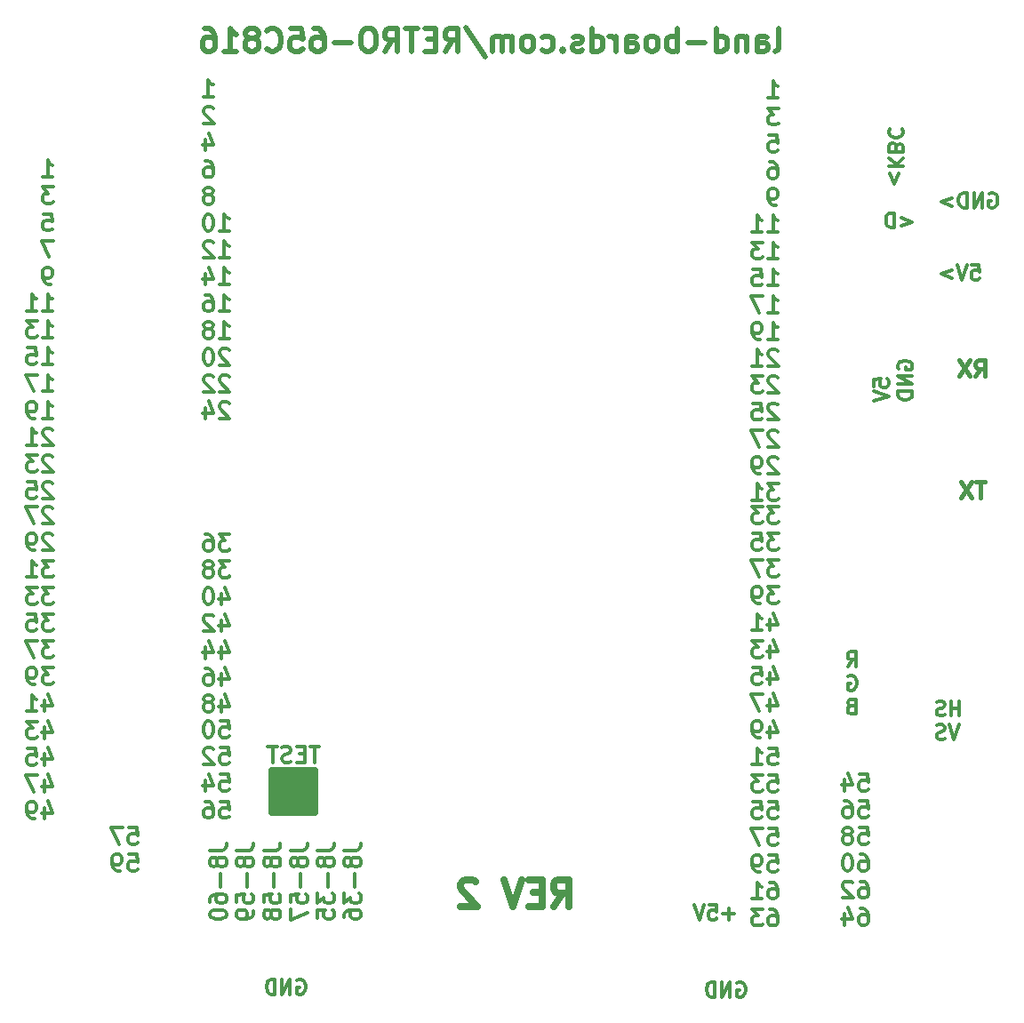
<source format=gbo>
G04 #@! TF.GenerationSoftware,KiCad,Pcbnew,(6.0.1)*
G04 #@! TF.CreationDate,2022-08-29T11:25:35-04:00*
G04 #@! TF.ProjectId,RETRO-65C816,52455452-4f2d-4363-9543-3831362e6b69,2*
G04 #@! TF.SameCoordinates,Original*
G04 #@! TF.FileFunction,Legend,Bot*
G04 #@! TF.FilePolarity,Positive*
%FSLAX46Y46*%
G04 Gerber Fmt 4.6, Leading zero omitted, Abs format (unit mm)*
G04 Created by KiCad (PCBNEW (6.0.1)) date 2022-08-29 11:25:35*
%MOMM*%
%LPD*%
G01*
G04 APERTURE LIST*
%ADD10C,0.635000*%
%ADD11C,0.349250*%
%ADD12C,0.539750*%
%ADD13C,0.381000*%
%ADD14C,0.304800*%
%ADD15C,0.650000*%
G04 APERTURE END LIST*
D10*
X61032571Y-95891047D02*
X61879238Y-94681523D01*
X62484000Y-95891047D02*
X62484000Y-93351047D01*
X61516380Y-93351047D01*
X61274476Y-93472000D01*
X61153523Y-93592952D01*
X61032571Y-93834857D01*
X61032571Y-94197714D01*
X61153523Y-94439619D01*
X61274476Y-94560571D01*
X61516380Y-94681523D01*
X62484000Y-94681523D01*
X59944000Y-94560571D02*
X59097333Y-94560571D01*
X58734476Y-95891047D02*
X59944000Y-95891047D01*
X59944000Y-93351047D01*
X58734476Y-93351047D01*
X58008761Y-93351047D02*
X57162095Y-95891047D01*
X56315428Y-93351047D01*
X53654476Y-93592952D02*
X53533523Y-93472000D01*
X53291619Y-93351047D01*
X52686857Y-93351047D01*
X52444952Y-93472000D01*
X52324000Y-93592952D01*
X52203047Y-93834857D01*
X52203047Y-94076761D01*
X52324000Y-94439619D01*
X53775428Y-95891047D01*
X52203047Y-95891047D01*
D11*
X94158631Y-30307642D02*
X95223012Y-30706785D01*
X94158631Y-31105928D01*
X93493393Y-31238976D02*
X93493393Y-29841976D01*
X93160774Y-29841976D01*
X92961202Y-29908500D01*
X92828155Y-30041547D01*
X92761631Y-30174595D01*
X92695107Y-30440690D01*
X92695107Y-30640261D01*
X92761631Y-30906357D01*
X92828155Y-31039404D01*
X92961202Y-31172452D01*
X93160774Y-31238976D01*
X93493393Y-31238976D01*
X102558774Y-28003500D02*
X102691822Y-27936976D01*
X102891393Y-27936976D01*
X103090964Y-28003500D01*
X103224012Y-28136547D01*
X103290536Y-28269595D01*
X103357060Y-28535690D01*
X103357060Y-28735261D01*
X103290536Y-29001357D01*
X103224012Y-29134404D01*
X103090964Y-29267452D01*
X102891393Y-29333976D01*
X102758345Y-29333976D01*
X102558774Y-29267452D01*
X102492250Y-29200928D01*
X102492250Y-28735261D01*
X102758345Y-28735261D01*
X101893536Y-29333976D02*
X101893536Y-27936976D01*
X101095250Y-29333976D01*
X101095250Y-27936976D01*
X100430012Y-29333976D02*
X100430012Y-27936976D01*
X100097393Y-27936976D01*
X99897822Y-28003500D01*
X99764774Y-28136547D01*
X99698250Y-28269595D01*
X99631726Y-28535690D01*
X99631726Y-28735261D01*
X99698250Y-29001357D01*
X99764774Y-29134404D01*
X99897822Y-29267452D01*
X100097393Y-29333976D01*
X100430012Y-29333976D01*
X99033012Y-28402642D02*
X97968631Y-28801785D01*
X99033012Y-29200928D01*
X81494463Y-18887092D02*
X82401606Y-18887092D01*
X81948035Y-18887092D02*
X81948035Y-17299592D01*
X82099225Y-17526378D01*
X82250416Y-17677568D01*
X82401606Y-17753164D01*
X82477201Y-19855467D02*
X81494463Y-19855467D01*
X82023630Y-20460229D01*
X81796844Y-20460229D01*
X81645654Y-20535824D01*
X81570058Y-20611420D01*
X81494463Y-20762610D01*
X81494463Y-21140586D01*
X81570058Y-21291777D01*
X81645654Y-21367372D01*
X81796844Y-21442967D01*
X82250416Y-21442967D01*
X82401606Y-21367372D01*
X82477201Y-21291777D01*
X81570058Y-22411342D02*
X82326011Y-22411342D01*
X82401606Y-23167295D01*
X82326011Y-23091699D01*
X82174820Y-23016104D01*
X81796844Y-23016104D01*
X81645654Y-23091699D01*
X81570058Y-23167295D01*
X81494463Y-23318485D01*
X81494463Y-23696461D01*
X81570058Y-23847652D01*
X81645654Y-23923247D01*
X81796844Y-23998842D01*
X82174820Y-23998842D01*
X82326011Y-23923247D01*
X82401606Y-23847652D01*
X81645654Y-24967217D02*
X81948035Y-24967217D01*
X82099225Y-25042813D01*
X82174820Y-25118408D01*
X82326011Y-25345193D01*
X82401606Y-25647574D01*
X82401606Y-26252336D01*
X82326011Y-26403527D01*
X82250416Y-26479122D01*
X82099225Y-26554717D01*
X81796844Y-26554717D01*
X81645654Y-26479122D01*
X81570058Y-26403527D01*
X81494463Y-26252336D01*
X81494463Y-25874360D01*
X81570058Y-25723170D01*
X81645654Y-25647574D01*
X81796844Y-25571979D01*
X82099225Y-25571979D01*
X82250416Y-25647574D01*
X82326011Y-25723170D01*
X82401606Y-25874360D01*
X82250416Y-29110592D02*
X81948035Y-29110592D01*
X81796844Y-29034997D01*
X81721249Y-28959402D01*
X81570058Y-28732616D01*
X81494463Y-28430235D01*
X81494463Y-27825473D01*
X81570058Y-27674283D01*
X81645654Y-27598688D01*
X81796844Y-27523092D01*
X82099225Y-27523092D01*
X82250416Y-27598688D01*
X82326011Y-27674283D01*
X82401606Y-27825473D01*
X82401606Y-28203449D01*
X82326011Y-28354640D01*
X82250416Y-28430235D01*
X82099225Y-28505830D01*
X81796844Y-28505830D01*
X81645654Y-28430235D01*
X81570058Y-28354640D01*
X81494463Y-28203449D01*
X81494463Y-31666467D02*
X82401606Y-31666467D01*
X81948035Y-31666467D02*
X81948035Y-30078967D01*
X82099225Y-30305753D01*
X82250416Y-30456943D01*
X82401606Y-30532539D01*
X79982558Y-31666467D02*
X80889701Y-31666467D01*
X80436130Y-31666467D02*
X80436130Y-30078967D01*
X80587320Y-30305753D01*
X80738511Y-30456943D01*
X80889701Y-30532539D01*
X81494463Y-34222342D02*
X82401606Y-34222342D01*
X81948035Y-34222342D02*
X81948035Y-32634842D01*
X82099225Y-32861628D01*
X82250416Y-33012818D01*
X82401606Y-33088414D01*
X80965297Y-32634842D02*
X79982558Y-32634842D01*
X80511725Y-33239604D01*
X80284939Y-33239604D01*
X80133749Y-33315199D01*
X80058154Y-33390795D01*
X79982558Y-33541985D01*
X79982558Y-33919961D01*
X80058154Y-34071152D01*
X80133749Y-34146747D01*
X80284939Y-34222342D01*
X80738511Y-34222342D01*
X80889701Y-34146747D01*
X80965297Y-34071152D01*
X81494463Y-36778217D02*
X82401606Y-36778217D01*
X81948035Y-36778217D02*
X81948035Y-35190717D01*
X82099225Y-35417503D01*
X82250416Y-35568693D01*
X82401606Y-35644289D01*
X80058154Y-35190717D02*
X80814106Y-35190717D01*
X80889701Y-35946670D01*
X80814106Y-35871074D01*
X80662916Y-35795479D01*
X80284939Y-35795479D01*
X80133749Y-35871074D01*
X80058154Y-35946670D01*
X79982558Y-36097860D01*
X79982558Y-36475836D01*
X80058154Y-36627027D01*
X80133749Y-36702622D01*
X80284939Y-36778217D01*
X80662916Y-36778217D01*
X80814106Y-36702622D01*
X80889701Y-36627027D01*
X81494463Y-39334092D02*
X82401606Y-39334092D01*
X81948035Y-39334092D02*
X81948035Y-37746592D01*
X82099225Y-37973378D01*
X82250416Y-38124568D01*
X82401606Y-38200164D01*
X80965297Y-37746592D02*
X79906963Y-37746592D01*
X80587320Y-39334092D01*
X81494463Y-41889967D02*
X82401606Y-41889967D01*
X81948035Y-41889967D02*
X81948035Y-40302467D01*
X82099225Y-40529253D01*
X82250416Y-40680443D01*
X82401606Y-40756039D01*
X80738511Y-41889967D02*
X80436130Y-41889967D01*
X80284939Y-41814372D01*
X80209344Y-41738777D01*
X80058154Y-41511991D01*
X79982558Y-41209610D01*
X79982558Y-40604848D01*
X80058154Y-40453658D01*
X80133749Y-40378063D01*
X80284939Y-40302467D01*
X80587320Y-40302467D01*
X80738511Y-40378063D01*
X80814106Y-40453658D01*
X80889701Y-40604848D01*
X80889701Y-40982824D01*
X80814106Y-41134015D01*
X80738511Y-41209610D01*
X80587320Y-41285205D01*
X80284939Y-41285205D01*
X80133749Y-41209610D01*
X80058154Y-41134015D01*
X79982558Y-40982824D01*
X82401606Y-43009533D02*
X82326011Y-42933938D01*
X82174820Y-42858342D01*
X81796844Y-42858342D01*
X81645654Y-42933938D01*
X81570058Y-43009533D01*
X81494463Y-43160723D01*
X81494463Y-43311914D01*
X81570058Y-43538699D01*
X82477201Y-44445842D01*
X81494463Y-44445842D01*
X79982558Y-44445842D02*
X80889701Y-44445842D01*
X80436130Y-44445842D02*
X80436130Y-42858342D01*
X80587320Y-43085128D01*
X80738511Y-43236318D01*
X80889701Y-43311914D01*
X82401606Y-45565408D02*
X82326011Y-45489813D01*
X82174820Y-45414217D01*
X81796844Y-45414217D01*
X81645654Y-45489813D01*
X81570058Y-45565408D01*
X81494463Y-45716598D01*
X81494463Y-45867789D01*
X81570058Y-46094574D01*
X82477201Y-47001717D01*
X81494463Y-47001717D01*
X80965297Y-45414217D02*
X79982558Y-45414217D01*
X80511725Y-46018979D01*
X80284939Y-46018979D01*
X80133749Y-46094574D01*
X80058154Y-46170170D01*
X79982558Y-46321360D01*
X79982558Y-46699336D01*
X80058154Y-46850527D01*
X80133749Y-46926122D01*
X80284939Y-47001717D01*
X80738511Y-47001717D01*
X80889701Y-46926122D01*
X80965297Y-46850527D01*
X82401606Y-48121283D02*
X82326011Y-48045688D01*
X82174820Y-47970092D01*
X81796844Y-47970092D01*
X81645654Y-48045688D01*
X81570058Y-48121283D01*
X81494463Y-48272473D01*
X81494463Y-48423664D01*
X81570058Y-48650449D01*
X82477201Y-49557592D01*
X81494463Y-49557592D01*
X80058154Y-47970092D02*
X80814106Y-47970092D01*
X80889701Y-48726045D01*
X80814106Y-48650449D01*
X80662916Y-48574854D01*
X80284939Y-48574854D01*
X80133749Y-48650449D01*
X80058154Y-48726045D01*
X79982558Y-48877235D01*
X79982558Y-49255211D01*
X80058154Y-49406402D01*
X80133749Y-49481997D01*
X80284939Y-49557592D01*
X80662916Y-49557592D01*
X80814106Y-49481997D01*
X80889701Y-49406402D01*
X82401606Y-50677158D02*
X82326011Y-50601563D01*
X82174820Y-50525967D01*
X81796844Y-50525967D01*
X81645654Y-50601563D01*
X81570058Y-50677158D01*
X81494463Y-50828348D01*
X81494463Y-50979539D01*
X81570058Y-51206324D01*
X82477201Y-52113467D01*
X81494463Y-52113467D01*
X80965297Y-50525967D02*
X79906963Y-50525967D01*
X80587320Y-52113467D01*
X82401606Y-53233033D02*
X82326011Y-53157438D01*
X82174820Y-53081842D01*
X81796844Y-53081842D01*
X81645654Y-53157438D01*
X81570058Y-53233033D01*
X81494463Y-53384223D01*
X81494463Y-53535414D01*
X81570058Y-53762199D01*
X82477201Y-54669342D01*
X81494463Y-54669342D01*
X80738511Y-54669342D02*
X80436130Y-54669342D01*
X80284939Y-54593747D01*
X80209344Y-54518152D01*
X80058154Y-54291366D01*
X79982558Y-53988985D01*
X79982558Y-53384223D01*
X80058154Y-53233033D01*
X80133749Y-53157438D01*
X80284939Y-53081842D01*
X80587320Y-53081842D01*
X80738511Y-53157438D01*
X80814106Y-53233033D01*
X80889701Y-53384223D01*
X80889701Y-53762199D01*
X80814106Y-53913390D01*
X80738511Y-53988985D01*
X80587320Y-54064580D01*
X80284939Y-54064580D01*
X80133749Y-53988985D01*
X80058154Y-53913390D01*
X79982558Y-53762199D01*
X82477201Y-55637717D02*
X81494463Y-55637717D01*
X82023630Y-56242479D01*
X81796844Y-56242479D01*
X81645654Y-56318074D01*
X81570058Y-56393670D01*
X81494463Y-56544860D01*
X81494463Y-56922836D01*
X81570058Y-57074027D01*
X81645654Y-57149622D01*
X81796844Y-57225217D01*
X82250416Y-57225217D01*
X82401606Y-57149622D01*
X82477201Y-57074027D01*
X79982558Y-57225217D02*
X80889701Y-57225217D01*
X80436130Y-57225217D02*
X80436130Y-55637717D01*
X80587320Y-55864503D01*
X80738511Y-56015693D01*
X80889701Y-56091289D01*
X12406463Y-26403904D02*
X13313606Y-26403904D01*
X12860035Y-26403904D02*
X12860035Y-24816404D01*
X13011225Y-25043190D01*
X13162416Y-25194380D01*
X13313606Y-25269976D01*
X13389201Y-27372279D02*
X12406463Y-27372279D01*
X12935630Y-27977041D01*
X12708844Y-27977041D01*
X12557654Y-28052636D01*
X12482058Y-28128232D01*
X12406463Y-28279422D01*
X12406463Y-28657398D01*
X12482058Y-28808589D01*
X12557654Y-28884184D01*
X12708844Y-28959779D01*
X13162416Y-28959779D01*
X13313606Y-28884184D01*
X13389201Y-28808589D01*
X12482058Y-29928154D02*
X13238011Y-29928154D01*
X13313606Y-30684107D01*
X13238011Y-30608511D01*
X13086820Y-30532916D01*
X12708844Y-30532916D01*
X12557654Y-30608511D01*
X12482058Y-30684107D01*
X12406463Y-30835297D01*
X12406463Y-31213273D01*
X12482058Y-31364464D01*
X12557654Y-31440059D01*
X12708844Y-31515654D01*
X13086820Y-31515654D01*
X13238011Y-31440059D01*
X13313606Y-31364464D01*
X13389201Y-32484029D02*
X12330868Y-32484029D01*
X13011225Y-34071529D01*
X13162416Y-36627404D02*
X12860035Y-36627404D01*
X12708844Y-36551809D01*
X12633249Y-36476214D01*
X12482058Y-36249428D01*
X12406463Y-35947047D01*
X12406463Y-35342285D01*
X12482058Y-35191095D01*
X12557654Y-35115500D01*
X12708844Y-35039904D01*
X13011225Y-35039904D01*
X13162416Y-35115500D01*
X13238011Y-35191095D01*
X13313606Y-35342285D01*
X13313606Y-35720261D01*
X13238011Y-35871452D01*
X13162416Y-35947047D01*
X13011225Y-36022642D01*
X12708844Y-36022642D01*
X12557654Y-35947047D01*
X12482058Y-35871452D01*
X12406463Y-35720261D01*
X12406463Y-39183279D02*
X13313606Y-39183279D01*
X12860035Y-39183279D02*
X12860035Y-37595779D01*
X13011225Y-37822565D01*
X13162416Y-37973755D01*
X13313606Y-38049351D01*
X10894558Y-39183279D02*
X11801701Y-39183279D01*
X11348130Y-39183279D02*
X11348130Y-37595779D01*
X11499320Y-37822565D01*
X11650511Y-37973755D01*
X11801701Y-38049351D01*
X12406463Y-41739154D02*
X13313606Y-41739154D01*
X12860035Y-41739154D02*
X12860035Y-40151654D01*
X13011225Y-40378440D01*
X13162416Y-40529630D01*
X13313606Y-40605226D01*
X11877297Y-40151654D02*
X10894558Y-40151654D01*
X11423725Y-40756416D01*
X11196939Y-40756416D01*
X11045749Y-40832011D01*
X10970154Y-40907607D01*
X10894558Y-41058797D01*
X10894558Y-41436773D01*
X10970154Y-41587964D01*
X11045749Y-41663559D01*
X11196939Y-41739154D01*
X11650511Y-41739154D01*
X11801701Y-41663559D01*
X11877297Y-41587964D01*
X12406463Y-44295029D02*
X13313606Y-44295029D01*
X12860035Y-44295029D02*
X12860035Y-42707529D01*
X13011225Y-42934315D01*
X13162416Y-43085505D01*
X13313606Y-43161101D01*
X10970154Y-42707529D02*
X11726106Y-42707529D01*
X11801701Y-43463482D01*
X11726106Y-43387886D01*
X11574916Y-43312291D01*
X11196939Y-43312291D01*
X11045749Y-43387886D01*
X10970154Y-43463482D01*
X10894558Y-43614672D01*
X10894558Y-43992648D01*
X10970154Y-44143839D01*
X11045749Y-44219434D01*
X11196939Y-44295029D01*
X11574916Y-44295029D01*
X11726106Y-44219434D01*
X11801701Y-44143839D01*
X12406463Y-46850904D02*
X13313606Y-46850904D01*
X12860035Y-46850904D02*
X12860035Y-45263404D01*
X13011225Y-45490190D01*
X13162416Y-45641380D01*
X13313606Y-45716976D01*
X11877297Y-45263404D02*
X10818963Y-45263404D01*
X11499320Y-46850904D01*
X12406463Y-49406779D02*
X13313606Y-49406779D01*
X12860035Y-49406779D02*
X12860035Y-47819279D01*
X13011225Y-48046065D01*
X13162416Y-48197255D01*
X13313606Y-48272851D01*
X11650511Y-49406779D02*
X11348130Y-49406779D01*
X11196939Y-49331184D01*
X11121344Y-49255589D01*
X10970154Y-49028803D01*
X10894558Y-48726422D01*
X10894558Y-48121660D01*
X10970154Y-47970470D01*
X11045749Y-47894875D01*
X11196939Y-47819279D01*
X11499320Y-47819279D01*
X11650511Y-47894875D01*
X11726106Y-47970470D01*
X11801701Y-48121660D01*
X11801701Y-48499636D01*
X11726106Y-48650827D01*
X11650511Y-48726422D01*
X11499320Y-48802017D01*
X11196939Y-48802017D01*
X11045749Y-48726422D01*
X10970154Y-48650827D01*
X10894558Y-48499636D01*
X13313606Y-50526345D02*
X13238011Y-50450750D01*
X13086820Y-50375154D01*
X12708844Y-50375154D01*
X12557654Y-50450750D01*
X12482058Y-50526345D01*
X12406463Y-50677535D01*
X12406463Y-50828726D01*
X12482058Y-51055511D01*
X13389201Y-51962654D01*
X12406463Y-51962654D01*
X10894558Y-51962654D02*
X11801701Y-51962654D01*
X11348130Y-51962654D02*
X11348130Y-50375154D01*
X11499320Y-50601940D01*
X11650511Y-50753130D01*
X11801701Y-50828726D01*
X13313606Y-53082220D02*
X13238011Y-53006625D01*
X13086820Y-52931029D01*
X12708844Y-52931029D01*
X12557654Y-53006625D01*
X12482058Y-53082220D01*
X12406463Y-53233410D01*
X12406463Y-53384601D01*
X12482058Y-53611386D01*
X13389201Y-54518529D01*
X12406463Y-54518529D01*
X11877297Y-52931029D02*
X10894558Y-52931029D01*
X11423725Y-53535791D01*
X11196939Y-53535791D01*
X11045749Y-53611386D01*
X10970154Y-53686982D01*
X10894558Y-53838172D01*
X10894558Y-54216148D01*
X10970154Y-54367339D01*
X11045749Y-54442934D01*
X11196939Y-54518529D01*
X11650511Y-54518529D01*
X11801701Y-54442934D01*
X11877297Y-54367339D01*
X13313606Y-55638095D02*
X13238011Y-55562500D01*
X13086820Y-55486904D01*
X12708844Y-55486904D01*
X12557654Y-55562500D01*
X12482058Y-55638095D01*
X12406463Y-55789285D01*
X12406463Y-55940476D01*
X12482058Y-56167261D01*
X13389201Y-57074404D01*
X12406463Y-57074404D01*
X10970154Y-55486904D02*
X11726106Y-55486904D01*
X11801701Y-56242857D01*
X11726106Y-56167261D01*
X11574916Y-56091666D01*
X11196939Y-56091666D01*
X11045749Y-56167261D01*
X10970154Y-56242857D01*
X10894558Y-56394047D01*
X10894558Y-56772023D01*
X10970154Y-56923214D01*
X11045749Y-56998809D01*
X11196939Y-57074404D01*
X11574916Y-57074404D01*
X11726106Y-56998809D01*
X11801701Y-56923214D01*
X78534380Y-103187500D02*
X78667428Y-103120976D01*
X78867000Y-103120976D01*
X79066571Y-103187500D01*
X79199619Y-103320547D01*
X79266142Y-103453595D01*
X79332666Y-103719690D01*
X79332666Y-103919261D01*
X79266142Y-104185357D01*
X79199619Y-104318404D01*
X79066571Y-104451452D01*
X78867000Y-104517976D01*
X78733952Y-104517976D01*
X78534380Y-104451452D01*
X78467857Y-104384928D01*
X78467857Y-103919261D01*
X78733952Y-103919261D01*
X77869142Y-104517976D02*
X77869142Y-103120976D01*
X77070857Y-104517976D01*
X77070857Y-103120976D01*
X76405619Y-104517976D02*
X76405619Y-103120976D01*
X76073000Y-103120976D01*
X75873428Y-103187500D01*
X75740380Y-103320547D01*
X75673857Y-103453595D01*
X75607333Y-103719690D01*
X75607333Y-103919261D01*
X75673857Y-104185357D01*
X75740380Y-104318404D01*
X75873428Y-104451452D01*
X76073000Y-104517976D01*
X76405619Y-104517976D01*
X36624380Y-102933500D02*
X36757428Y-102866976D01*
X36957000Y-102866976D01*
X37156571Y-102933500D01*
X37289619Y-103066547D01*
X37356142Y-103199595D01*
X37422666Y-103465690D01*
X37422666Y-103665261D01*
X37356142Y-103931357D01*
X37289619Y-104064404D01*
X37156571Y-104197452D01*
X36957000Y-104263976D01*
X36823952Y-104263976D01*
X36624380Y-104197452D01*
X36557857Y-104130928D01*
X36557857Y-103665261D01*
X36823952Y-103665261D01*
X35959142Y-104263976D02*
X35959142Y-102866976D01*
X35160857Y-104263976D01*
X35160857Y-102866976D01*
X34495619Y-104263976D02*
X34495619Y-102866976D01*
X34163000Y-102866976D01*
X33963428Y-102933500D01*
X33830380Y-103066547D01*
X33763857Y-103199595D01*
X33697333Y-103465690D01*
X33697333Y-103665261D01*
X33763857Y-103931357D01*
X33830380Y-104064404D01*
X33963428Y-104197452D01*
X34163000Y-104263976D01*
X34495619Y-104263976D01*
X20610058Y-88403717D02*
X21366011Y-88403717D01*
X21441606Y-89159670D01*
X21366011Y-89084074D01*
X21214820Y-89008479D01*
X20836844Y-89008479D01*
X20685654Y-89084074D01*
X20610058Y-89159670D01*
X20534463Y-89310860D01*
X20534463Y-89688836D01*
X20610058Y-89840027D01*
X20685654Y-89915622D01*
X20836844Y-89991217D01*
X21214820Y-89991217D01*
X21366011Y-89915622D01*
X21441606Y-89840027D01*
X20005297Y-88403717D02*
X18946963Y-88403717D01*
X19627320Y-89991217D01*
X20610058Y-90959592D02*
X21366011Y-90959592D01*
X21441606Y-91715545D01*
X21366011Y-91639949D01*
X21214820Y-91564354D01*
X20836844Y-91564354D01*
X20685654Y-91639949D01*
X20610058Y-91715545D01*
X20534463Y-91866735D01*
X20534463Y-92244711D01*
X20610058Y-92395902D01*
X20685654Y-92471497D01*
X20836844Y-92547092D01*
X21214820Y-92547092D01*
X21366011Y-92471497D01*
X21441606Y-92395902D01*
X19778511Y-92547092D02*
X19476130Y-92547092D01*
X19324939Y-92471497D01*
X19249344Y-92395902D01*
X19098154Y-92169116D01*
X19022558Y-91866735D01*
X19022558Y-91261973D01*
X19098154Y-91110783D01*
X19173749Y-91035188D01*
X19324939Y-90959592D01*
X19627320Y-90959592D01*
X19778511Y-91035188D01*
X19854106Y-91110783D01*
X19929701Y-91261973D01*
X19929701Y-91639949D01*
X19854106Y-91791140D01*
X19778511Y-91866735D01*
X19627320Y-91942330D01*
X19324939Y-91942330D01*
X19173749Y-91866735D01*
X19098154Y-91791140D01*
X19022558Y-91639949D01*
X27707393Y-18775967D02*
X28614536Y-18775967D01*
X28160964Y-18775967D02*
X28160964Y-17188467D01*
X28312155Y-17415253D01*
X28463345Y-17566443D01*
X28614536Y-17642039D01*
X28614536Y-19895533D02*
X28538941Y-19819938D01*
X28387750Y-19744342D01*
X28009774Y-19744342D01*
X27858583Y-19819938D01*
X27782988Y-19895533D01*
X27707393Y-20046723D01*
X27707393Y-20197914D01*
X27782988Y-20424699D01*
X28690131Y-21331842D01*
X27707393Y-21331842D01*
X27858583Y-22829384D02*
X27858583Y-23887717D01*
X28236560Y-22224622D02*
X28614536Y-23358551D01*
X27631798Y-23358551D01*
X27858583Y-24856092D02*
X28160964Y-24856092D01*
X28312155Y-24931688D01*
X28387750Y-25007283D01*
X28538941Y-25234068D01*
X28614536Y-25536449D01*
X28614536Y-26141211D01*
X28538941Y-26292402D01*
X28463345Y-26367997D01*
X28312155Y-26443592D01*
X28009774Y-26443592D01*
X27858583Y-26367997D01*
X27782988Y-26292402D01*
X27707393Y-26141211D01*
X27707393Y-25763235D01*
X27782988Y-25612045D01*
X27858583Y-25536449D01*
X28009774Y-25460854D01*
X28312155Y-25460854D01*
X28463345Y-25536449D01*
X28538941Y-25612045D01*
X28614536Y-25763235D01*
X28312155Y-28092324D02*
X28463345Y-28016729D01*
X28538941Y-27941134D01*
X28614536Y-27789943D01*
X28614536Y-27714348D01*
X28538941Y-27563158D01*
X28463345Y-27487563D01*
X28312155Y-27411967D01*
X28009774Y-27411967D01*
X27858583Y-27487563D01*
X27782988Y-27563158D01*
X27707393Y-27714348D01*
X27707393Y-27789943D01*
X27782988Y-27941134D01*
X27858583Y-28016729D01*
X28009774Y-28092324D01*
X28312155Y-28092324D01*
X28463345Y-28167920D01*
X28538941Y-28243515D01*
X28614536Y-28394705D01*
X28614536Y-28697086D01*
X28538941Y-28848277D01*
X28463345Y-28923872D01*
X28312155Y-28999467D01*
X28009774Y-28999467D01*
X27858583Y-28923872D01*
X27782988Y-28848277D01*
X27707393Y-28697086D01*
X27707393Y-28394705D01*
X27782988Y-28243515D01*
X27858583Y-28167920D01*
X28009774Y-28092324D01*
X29219298Y-31555342D02*
X30126441Y-31555342D01*
X29672869Y-31555342D02*
X29672869Y-29967842D01*
X29824060Y-30194628D01*
X29975250Y-30345818D01*
X30126441Y-30421414D01*
X28236560Y-29967842D02*
X28085369Y-29967842D01*
X27934179Y-30043438D01*
X27858583Y-30119033D01*
X27782988Y-30270223D01*
X27707393Y-30572604D01*
X27707393Y-30950580D01*
X27782988Y-31252961D01*
X27858583Y-31404152D01*
X27934179Y-31479747D01*
X28085369Y-31555342D01*
X28236560Y-31555342D01*
X28387750Y-31479747D01*
X28463345Y-31404152D01*
X28538941Y-31252961D01*
X28614536Y-30950580D01*
X28614536Y-30572604D01*
X28538941Y-30270223D01*
X28463345Y-30119033D01*
X28387750Y-30043438D01*
X28236560Y-29967842D01*
X29219298Y-34111217D02*
X30126441Y-34111217D01*
X29672869Y-34111217D02*
X29672869Y-32523717D01*
X29824060Y-32750503D01*
X29975250Y-32901693D01*
X30126441Y-32977289D01*
X28614536Y-32674908D02*
X28538941Y-32599313D01*
X28387750Y-32523717D01*
X28009774Y-32523717D01*
X27858583Y-32599313D01*
X27782988Y-32674908D01*
X27707393Y-32826098D01*
X27707393Y-32977289D01*
X27782988Y-33204074D01*
X28690131Y-34111217D01*
X27707393Y-34111217D01*
X29219298Y-36667092D02*
X30126441Y-36667092D01*
X29672869Y-36667092D02*
X29672869Y-35079592D01*
X29824060Y-35306378D01*
X29975250Y-35457568D01*
X30126441Y-35533164D01*
X27858583Y-35608759D02*
X27858583Y-36667092D01*
X28236560Y-35003997D02*
X28614536Y-36137926D01*
X27631798Y-36137926D01*
X29219298Y-39222967D02*
X30126441Y-39222967D01*
X29672869Y-39222967D02*
X29672869Y-37635467D01*
X29824060Y-37862253D01*
X29975250Y-38013443D01*
X30126441Y-38089039D01*
X27858583Y-37635467D02*
X28160964Y-37635467D01*
X28312155Y-37711063D01*
X28387750Y-37786658D01*
X28538941Y-38013443D01*
X28614536Y-38315824D01*
X28614536Y-38920586D01*
X28538941Y-39071777D01*
X28463345Y-39147372D01*
X28312155Y-39222967D01*
X28009774Y-39222967D01*
X27858583Y-39147372D01*
X27782988Y-39071777D01*
X27707393Y-38920586D01*
X27707393Y-38542610D01*
X27782988Y-38391420D01*
X27858583Y-38315824D01*
X28009774Y-38240229D01*
X28312155Y-38240229D01*
X28463345Y-38315824D01*
X28538941Y-38391420D01*
X28614536Y-38542610D01*
X29219298Y-41778842D02*
X30126441Y-41778842D01*
X29672869Y-41778842D02*
X29672869Y-40191342D01*
X29824060Y-40418128D01*
X29975250Y-40569318D01*
X30126441Y-40644914D01*
X28312155Y-40871699D02*
X28463345Y-40796104D01*
X28538941Y-40720509D01*
X28614536Y-40569318D01*
X28614536Y-40493723D01*
X28538941Y-40342533D01*
X28463345Y-40266938D01*
X28312155Y-40191342D01*
X28009774Y-40191342D01*
X27858583Y-40266938D01*
X27782988Y-40342533D01*
X27707393Y-40493723D01*
X27707393Y-40569318D01*
X27782988Y-40720509D01*
X27858583Y-40796104D01*
X28009774Y-40871699D01*
X28312155Y-40871699D01*
X28463345Y-40947295D01*
X28538941Y-41022890D01*
X28614536Y-41174080D01*
X28614536Y-41476461D01*
X28538941Y-41627652D01*
X28463345Y-41703247D01*
X28312155Y-41778842D01*
X28009774Y-41778842D01*
X27858583Y-41703247D01*
X27782988Y-41627652D01*
X27707393Y-41476461D01*
X27707393Y-41174080D01*
X27782988Y-41022890D01*
X27858583Y-40947295D01*
X28009774Y-40871699D01*
X30126441Y-42898408D02*
X30050845Y-42822813D01*
X29899655Y-42747217D01*
X29521679Y-42747217D01*
X29370488Y-42822813D01*
X29294893Y-42898408D01*
X29219298Y-43049598D01*
X29219298Y-43200789D01*
X29294893Y-43427574D01*
X30202036Y-44334717D01*
X29219298Y-44334717D01*
X28236560Y-42747217D02*
X28085369Y-42747217D01*
X27934179Y-42822813D01*
X27858583Y-42898408D01*
X27782988Y-43049598D01*
X27707393Y-43351979D01*
X27707393Y-43729955D01*
X27782988Y-44032336D01*
X27858583Y-44183527D01*
X27934179Y-44259122D01*
X28085369Y-44334717D01*
X28236560Y-44334717D01*
X28387750Y-44259122D01*
X28463345Y-44183527D01*
X28538941Y-44032336D01*
X28614536Y-43729955D01*
X28614536Y-43351979D01*
X28538941Y-43049598D01*
X28463345Y-42898408D01*
X28387750Y-42822813D01*
X28236560Y-42747217D01*
X30126441Y-45454283D02*
X30050845Y-45378688D01*
X29899655Y-45303092D01*
X29521679Y-45303092D01*
X29370488Y-45378688D01*
X29294893Y-45454283D01*
X29219298Y-45605473D01*
X29219298Y-45756664D01*
X29294893Y-45983449D01*
X30202036Y-46890592D01*
X29219298Y-46890592D01*
X28614536Y-45454283D02*
X28538941Y-45378688D01*
X28387750Y-45303092D01*
X28009774Y-45303092D01*
X27858583Y-45378688D01*
X27782988Y-45454283D01*
X27707393Y-45605473D01*
X27707393Y-45756664D01*
X27782988Y-45983449D01*
X28690131Y-46890592D01*
X27707393Y-46890592D01*
X30126441Y-48010158D02*
X30050845Y-47934563D01*
X29899655Y-47858967D01*
X29521679Y-47858967D01*
X29370488Y-47934563D01*
X29294893Y-48010158D01*
X29219298Y-48161348D01*
X29219298Y-48312539D01*
X29294893Y-48539324D01*
X30202036Y-49446467D01*
X29219298Y-49446467D01*
X27858583Y-48388134D02*
X27858583Y-49446467D01*
X28236560Y-47783372D02*
X28614536Y-48917301D01*
X27631798Y-48917301D01*
X82477201Y-57812592D02*
X81494463Y-57812592D01*
X82023630Y-58417354D01*
X81796844Y-58417354D01*
X81645654Y-58492949D01*
X81570058Y-58568545D01*
X81494463Y-58719735D01*
X81494463Y-59097711D01*
X81570058Y-59248902D01*
X81645654Y-59324497D01*
X81796844Y-59400092D01*
X82250416Y-59400092D01*
X82401606Y-59324497D01*
X82477201Y-59248902D01*
X80965297Y-57812592D02*
X79982558Y-57812592D01*
X80511725Y-58417354D01*
X80284939Y-58417354D01*
X80133749Y-58492949D01*
X80058154Y-58568545D01*
X79982558Y-58719735D01*
X79982558Y-59097711D01*
X80058154Y-59248902D01*
X80133749Y-59324497D01*
X80284939Y-59400092D01*
X80738511Y-59400092D01*
X80889701Y-59324497D01*
X80965297Y-59248902D01*
X82477201Y-60368467D02*
X81494463Y-60368467D01*
X82023630Y-60973229D01*
X81796844Y-60973229D01*
X81645654Y-61048824D01*
X81570058Y-61124420D01*
X81494463Y-61275610D01*
X81494463Y-61653586D01*
X81570058Y-61804777D01*
X81645654Y-61880372D01*
X81796844Y-61955967D01*
X82250416Y-61955967D01*
X82401606Y-61880372D01*
X82477201Y-61804777D01*
X80058154Y-60368467D02*
X80814106Y-60368467D01*
X80889701Y-61124420D01*
X80814106Y-61048824D01*
X80662916Y-60973229D01*
X80284939Y-60973229D01*
X80133749Y-61048824D01*
X80058154Y-61124420D01*
X79982558Y-61275610D01*
X79982558Y-61653586D01*
X80058154Y-61804777D01*
X80133749Y-61880372D01*
X80284939Y-61955967D01*
X80662916Y-61955967D01*
X80814106Y-61880372D01*
X80889701Y-61804777D01*
X82477201Y-62924342D02*
X81494463Y-62924342D01*
X82023630Y-63529104D01*
X81796844Y-63529104D01*
X81645654Y-63604699D01*
X81570058Y-63680295D01*
X81494463Y-63831485D01*
X81494463Y-64209461D01*
X81570058Y-64360652D01*
X81645654Y-64436247D01*
X81796844Y-64511842D01*
X82250416Y-64511842D01*
X82401606Y-64436247D01*
X82477201Y-64360652D01*
X80965297Y-62924342D02*
X79906963Y-62924342D01*
X80587320Y-64511842D01*
X82477201Y-65480217D02*
X81494463Y-65480217D01*
X82023630Y-66084979D01*
X81796844Y-66084979D01*
X81645654Y-66160574D01*
X81570058Y-66236170D01*
X81494463Y-66387360D01*
X81494463Y-66765336D01*
X81570058Y-66916527D01*
X81645654Y-66992122D01*
X81796844Y-67067717D01*
X82250416Y-67067717D01*
X82401606Y-66992122D01*
X82477201Y-66916527D01*
X80738511Y-67067717D02*
X80436130Y-67067717D01*
X80284939Y-66992122D01*
X80209344Y-66916527D01*
X80058154Y-66689741D01*
X79982558Y-66387360D01*
X79982558Y-65782598D01*
X80058154Y-65631408D01*
X80133749Y-65555813D01*
X80284939Y-65480217D01*
X80587320Y-65480217D01*
X80738511Y-65555813D01*
X80814106Y-65631408D01*
X80889701Y-65782598D01*
X80889701Y-66160574D01*
X80814106Y-66311765D01*
X80738511Y-66387360D01*
X80587320Y-66462955D01*
X80284939Y-66462955D01*
X80133749Y-66387360D01*
X80058154Y-66311765D01*
X79982558Y-66160574D01*
X81645654Y-68565259D02*
X81645654Y-69623592D01*
X82023630Y-67960497D02*
X82401606Y-69094426D01*
X81418868Y-69094426D01*
X79982558Y-69623592D02*
X80889701Y-69623592D01*
X80436130Y-69623592D02*
X80436130Y-68036092D01*
X80587320Y-68262878D01*
X80738511Y-68414068D01*
X80889701Y-68489664D01*
X81645654Y-71121134D02*
X81645654Y-72179467D01*
X82023630Y-70516372D02*
X82401606Y-71650301D01*
X81418868Y-71650301D01*
X80965297Y-70591967D02*
X79982558Y-70591967D01*
X80511725Y-71196729D01*
X80284939Y-71196729D01*
X80133749Y-71272324D01*
X80058154Y-71347920D01*
X79982558Y-71499110D01*
X79982558Y-71877086D01*
X80058154Y-72028277D01*
X80133749Y-72103872D01*
X80284939Y-72179467D01*
X80738511Y-72179467D01*
X80889701Y-72103872D01*
X80965297Y-72028277D01*
X81645654Y-73677009D02*
X81645654Y-74735342D01*
X82023630Y-73072247D02*
X82401606Y-74206176D01*
X81418868Y-74206176D01*
X80058154Y-73147842D02*
X80814106Y-73147842D01*
X80889701Y-73903795D01*
X80814106Y-73828199D01*
X80662916Y-73752604D01*
X80284939Y-73752604D01*
X80133749Y-73828199D01*
X80058154Y-73903795D01*
X79982558Y-74054985D01*
X79982558Y-74432961D01*
X80058154Y-74584152D01*
X80133749Y-74659747D01*
X80284939Y-74735342D01*
X80662916Y-74735342D01*
X80814106Y-74659747D01*
X80889701Y-74584152D01*
X81645654Y-76232884D02*
X81645654Y-77291217D01*
X82023630Y-75628122D02*
X82401606Y-76762051D01*
X81418868Y-76762051D01*
X80965297Y-75703717D02*
X79906963Y-75703717D01*
X80587320Y-77291217D01*
X81645654Y-78788759D02*
X81645654Y-79847092D01*
X82023630Y-78183997D02*
X82401606Y-79317926D01*
X81418868Y-79317926D01*
X80738511Y-79847092D02*
X80436130Y-79847092D01*
X80284939Y-79771497D01*
X80209344Y-79695902D01*
X80058154Y-79469116D01*
X79982558Y-79166735D01*
X79982558Y-78561973D01*
X80058154Y-78410783D01*
X80133749Y-78335188D01*
X80284939Y-78259592D01*
X80587320Y-78259592D01*
X80738511Y-78335188D01*
X80814106Y-78410783D01*
X80889701Y-78561973D01*
X80889701Y-78939949D01*
X80814106Y-79091140D01*
X80738511Y-79166735D01*
X80587320Y-79242330D01*
X80284939Y-79242330D01*
X80133749Y-79166735D01*
X80058154Y-79091140D01*
X79982558Y-78939949D01*
X81570058Y-80815467D02*
X82326011Y-80815467D01*
X82401606Y-81571420D01*
X82326011Y-81495824D01*
X82174820Y-81420229D01*
X81796844Y-81420229D01*
X81645654Y-81495824D01*
X81570058Y-81571420D01*
X81494463Y-81722610D01*
X81494463Y-82100586D01*
X81570058Y-82251777D01*
X81645654Y-82327372D01*
X81796844Y-82402967D01*
X82174820Y-82402967D01*
X82326011Y-82327372D01*
X82401606Y-82251777D01*
X79982558Y-82402967D02*
X80889701Y-82402967D01*
X80436130Y-82402967D02*
X80436130Y-80815467D01*
X80587320Y-81042253D01*
X80738511Y-81193443D01*
X80889701Y-81269039D01*
X81570058Y-83371342D02*
X82326011Y-83371342D01*
X82401606Y-84127295D01*
X82326011Y-84051699D01*
X82174820Y-83976104D01*
X81796844Y-83976104D01*
X81645654Y-84051699D01*
X81570058Y-84127295D01*
X81494463Y-84278485D01*
X81494463Y-84656461D01*
X81570058Y-84807652D01*
X81645654Y-84883247D01*
X81796844Y-84958842D01*
X82174820Y-84958842D01*
X82326011Y-84883247D01*
X82401606Y-84807652D01*
X80965297Y-83371342D02*
X79982558Y-83371342D01*
X80511725Y-83976104D01*
X80284939Y-83976104D01*
X80133749Y-84051699D01*
X80058154Y-84127295D01*
X79982558Y-84278485D01*
X79982558Y-84656461D01*
X80058154Y-84807652D01*
X80133749Y-84883247D01*
X80284939Y-84958842D01*
X80738511Y-84958842D01*
X80889701Y-84883247D01*
X80965297Y-84807652D01*
X81570058Y-85927217D02*
X82326011Y-85927217D01*
X82401606Y-86683170D01*
X82326011Y-86607574D01*
X82174820Y-86531979D01*
X81796844Y-86531979D01*
X81645654Y-86607574D01*
X81570058Y-86683170D01*
X81494463Y-86834360D01*
X81494463Y-87212336D01*
X81570058Y-87363527D01*
X81645654Y-87439122D01*
X81796844Y-87514717D01*
X82174820Y-87514717D01*
X82326011Y-87439122D01*
X82401606Y-87363527D01*
X80058154Y-85927217D02*
X80814106Y-85927217D01*
X80889701Y-86683170D01*
X80814106Y-86607574D01*
X80662916Y-86531979D01*
X80284939Y-86531979D01*
X80133749Y-86607574D01*
X80058154Y-86683170D01*
X79982558Y-86834360D01*
X79982558Y-87212336D01*
X80058154Y-87363527D01*
X80133749Y-87439122D01*
X80284939Y-87514717D01*
X80662916Y-87514717D01*
X80814106Y-87439122D01*
X80889701Y-87363527D01*
X81570058Y-88483092D02*
X82326011Y-88483092D01*
X82401606Y-89239045D01*
X82326011Y-89163449D01*
X82174820Y-89087854D01*
X81796844Y-89087854D01*
X81645654Y-89163449D01*
X81570058Y-89239045D01*
X81494463Y-89390235D01*
X81494463Y-89768211D01*
X81570058Y-89919402D01*
X81645654Y-89994997D01*
X81796844Y-90070592D01*
X82174820Y-90070592D01*
X82326011Y-89994997D01*
X82401606Y-89919402D01*
X80965297Y-88483092D02*
X79906963Y-88483092D01*
X80587320Y-90070592D01*
X81570058Y-91038967D02*
X82326011Y-91038967D01*
X82401606Y-91794920D01*
X82326011Y-91719324D01*
X82174820Y-91643729D01*
X81796844Y-91643729D01*
X81645654Y-91719324D01*
X81570058Y-91794920D01*
X81494463Y-91946110D01*
X81494463Y-92324086D01*
X81570058Y-92475277D01*
X81645654Y-92550872D01*
X81796844Y-92626467D01*
X82174820Y-92626467D01*
X82326011Y-92550872D01*
X82401606Y-92475277D01*
X80738511Y-92626467D02*
X80436130Y-92626467D01*
X80284939Y-92550872D01*
X80209344Y-92475277D01*
X80058154Y-92248491D01*
X79982558Y-91946110D01*
X79982558Y-91341348D01*
X80058154Y-91190158D01*
X80133749Y-91114563D01*
X80284939Y-91038967D01*
X80587320Y-91038967D01*
X80738511Y-91114563D01*
X80814106Y-91190158D01*
X80889701Y-91341348D01*
X80889701Y-91719324D01*
X80814106Y-91870515D01*
X80738511Y-91946110D01*
X80587320Y-92021705D01*
X80284939Y-92021705D01*
X80133749Y-91946110D01*
X80058154Y-91870515D01*
X79982558Y-91719324D01*
X81645654Y-93594842D02*
X81948035Y-93594842D01*
X82099225Y-93670438D01*
X82174820Y-93746033D01*
X82326011Y-93972818D01*
X82401606Y-94275199D01*
X82401606Y-94879961D01*
X82326011Y-95031152D01*
X82250416Y-95106747D01*
X82099225Y-95182342D01*
X81796844Y-95182342D01*
X81645654Y-95106747D01*
X81570058Y-95031152D01*
X81494463Y-94879961D01*
X81494463Y-94501985D01*
X81570058Y-94350795D01*
X81645654Y-94275199D01*
X81796844Y-94199604D01*
X82099225Y-94199604D01*
X82250416Y-94275199D01*
X82326011Y-94350795D01*
X82401606Y-94501985D01*
X79982558Y-95182342D02*
X80889701Y-95182342D01*
X80436130Y-95182342D02*
X80436130Y-93594842D01*
X80587320Y-93821628D01*
X80738511Y-93972818D01*
X80889701Y-94048414D01*
X81645654Y-96150717D02*
X81948035Y-96150717D01*
X82099225Y-96226313D01*
X82174820Y-96301908D01*
X82326011Y-96528693D01*
X82401606Y-96831074D01*
X82401606Y-97435836D01*
X82326011Y-97587027D01*
X82250416Y-97662622D01*
X82099225Y-97738217D01*
X81796844Y-97738217D01*
X81645654Y-97662622D01*
X81570058Y-97587027D01*
X81494463Y-97435836D01*
X81494463Y-97057860D01*
X81570058Y-96906670D01*
X81645654Y-96831074D01*
X81796844Y-96755479D01*
X82099225Y-96755479D01*
X82250416Y-96831074D01*
X82326011Y-96906670D01*
X82401606Y-97057860D01*
X80965297Y-96150717D02*
X79982558Y-96150717D01*
X80511725Y-96755479D01*
X80284939Y-96755479D01*
X80133749Y-96831074D01*
X80058154Y-96906670D01*
X79982558Y-97057860D01*
X79982558Y-97435836D01*
X80058154Y-97587027D01*
X80133749Y-97662622D01*
X80284939Y-97738217D01*
X80738511Y-97738217D01*
X80889701Y-97662622D01*
X80965297Y-97587027D01*
D12*
X82182909Y-14438690D02*
X82388528Y-14335880D01*
X82491338Y-14130261D01*
X82491338Y-12279690D01*
X80435147Y-14438690D02*
X80435147Y-13307785D01*
X80537957Y-13102166D01*
X80743576Y-12999357D01*
X81154814Y-12999357D01*
X81360433Y-13102166D01*
X80435147Y-14335880D02*
X80640766Y-14438690D01*
X81154814Y-14438690D01*
X81360433Y-14335880D01*
X81463242Y-14130261D01*
X81463242Y-13924642D01*
X81360433Y-13719023D01*
X81154814Y-13616214D01*
X80640766Y-13616214D01*
X80435147Y-13513404D01*
X79407052Y-12999357D02*
X79407052Y-14438690D01*
X79407052Y-13204976D02*
X79304242Y-13102166D01*
X79098623Y-12999357D01*
X78790195Y-12999357D01*
X78584576Y-13102166D01*
X78481766Y-13307785D01*
X78481766Y-14438690D01*
X76528385Y-14438690D02*
X76528385Y-12279690D01*
X76528385Y-14335880D02*
X76734004Y-14438690D01*
X77145242Y-14438690D01*
X77350861Y-14335880D01*
X77453671Y-14233071D01*
X77556480Y-14027452D01*
X77556480Y-13410595D01*
X77453671Y-13204976D01*
X77350861Y-13102166D01*
X77145242Y-12999357D01*
X76734004Y-12999357D01*
X76528385Y-13102166D01*
X75500290Y-13616214D02*
X73855338Y-13616214D01*
X72827242Y-14438690D02*
X72827242Y-12279690D01*
X72827242Y-13102166D02*
X72621623Y-12999357D01*
X72210385Y-12999357D01*
X72004766Y-13102166D01*
X71901957Y-13204976D01*
X71799147Y-13410595D01*
X71799147Y-14027452D01*
X71901957Y-14233071D01*
X72004766Y-14335880D01*
X72210385Y-14438690D01*
X72621623Y-14438690D01*
X72827242Y-14335880D01*
X70565433Y-14438690D02*
X70771052Y-14335880D01*
X70873861Y-14233071D01*
X70976671Y-14027452D01*
X70976671Y-13410595D01*
X70873861Y-13204976D01*
X70771052Y-13102166D01*
X70565433Y-12999357D01*
X70257004Y-12999357D01*
X70051385Y-13102166D01*
X69948576Y-13204976D01*
X69845766Y-13410595D01*
X69845766Y-14027452D01*
X69948576Y-14233071D01*
X70051385Y-14335880D01*
X70257004Y-14438690D01*
X70565433Y-14438690D01*
X67995195Y-14438690D02*
X67995195Y-13307785D01*
X68098004Y-13102166D01*
X68303623Y-12999357D01*
X68714861Y-12999357D01*
X68920480Y-13102166D01*
X67995195Y-14335880D02*
X68200814Y-14438690D01*
X68714861Y-14438690D01*
X68920480Y-14335880D01*
X69023290Y-14130261D01*
X69023290Y-13924642D01*
X68920480Y-13719023D01*
X68714861Y-13616214D01*
X68200814Y-13616214D01*
X67995195Y-13513404D01*
X66967099Y-14438690D02*
X66967099Y-12999357D01*
X66967099Y-13410595D02*
X66864290Y-13204976D01*
X66761480Y-13102166D01*
X66555861Y-12999357D01*
X66350242Y-12999357D01*
X64705290Y-14438690D02*
X64705290Y-12279690D01*
X64705290Y-14335880D02*
X64910909Y-14438690D01*
X65322147Y-14438690D01*
X65527766Y-14335880D01*
X65630576Y-14233071D01*
X65733385Y-14027452D01*
X65733385Y-13410595D01*
X65630576Y-13204976D01*
X65527766Y-13102166D01*
X65322147Y-12999357D01*
X64910909Y-12999357D01*
X64705290Y-13102166D01*
X63780004Y-14335880D02*
X63574385Y-14438690D01*
X63163147Y-14438690D01*
X62957528Y-14335880D01*
X62854719Y-14130261D01*
X62854719Y-14027452D01*
X62957528Y-13821833D01*
X63163147Y-13719023D01*
X63471576Y-13719023D01*
X63677195Y-13616214D01*
X63780004Y-13410595D01*
X63780004Y-13307785D01*
X63677195Y-13102166D01*
X63471576Y-12999357D01*
X63163147Y-12999357D01*
X62957528Y-13102166D01*
X61929433Y-14233071D02*
X61826623Y-14335880D01*
X61929433Y-14438690D01*
X62032242Y-14335880D01*
X61929433Y-14233071D01*
X61929433Y-14438690D01*
X59976052Y-14335880D02*
X60181671Y-14438690D01*
X60592909Y-14438690D01*
X60798528Y-14335880D01*
X60901338Y-14233071D01*
X61004147Y-14027452D01*
X61004147Y-13410595D01*
X60901338Y-13204976D01*
X60798528Y-13102166D01*
X60592909Y-12999357D01*
X60181671Y-12999357D01*
X59976052Y-13102166D01*
X58742338Y-14438690D02*
X58947957Y-14335880D01*
X59050766Y-14233071D01*
X59153576Y-14027452D01*
X59153576Y-13410595D01*
X59050766Y-13204976D01*
X58947957Y-13102166D01*
X58742338Y-12999357D01*
X58433909Y-12999357D01*
X58228290Y-13102166D01*
X58125480Y-13204976D01*
X58022671Y-13410595D01*
X58022671Y-14027452D01*
X58125480Y-14233071D01*
X58228290Y-14335880D01*
X58433909Y-14438690D01*
X58742338Y-14438690D01*
X57097385Y-14438690D02*
X57097385Y-12999357D01*
X57097385Y-13204976D02*
X56994576Y-13102166D01*
X56788957Y-12999357D01*
X56480528Y-12999357D01*
X56274909Y-13102166D01*
X56172099Y-13307785D01*
X56172099Y-14438690D01*
X56172099Y-13307785D02*
X56069290Y-13102166D01*
X55863671Y-12999357D01*
X55555242Y-12999357D01*
X55349623Y-13102166D01*
X55246814Y-13307785D01*
X55246814Y-14438690D01*
X52676576Y-12176880D02*
X54527147Y-14952738D01*
X50723195Y-14438690D02*
X51442861Y-13410595D01*
X51956909Y-14438690D02*
X51956909Y-12279690D01*
X51134433Y-12279690D01*
X50928814Y-12382500D01*
X50826004Y-12485309D01*
X50723195Y-12690928D01*
X50723195Y-12999357D01*
X50826004Y-13204976D01*
X50928814Y-13307785D01*
X51134433Y-13410595D01*
X51956909Y-13410595D01*
X49797909Y-13307785D02*
X49078242Y-13307785D01*
X48769814Y-14438690D02*
X49797909Y-14438690D01*
X49797909Y-12279690D01*
X48769814Y-12279690D01*
X48152957Y-12279690D02*
X46919242Y-12279690D01*
X47536099Y-14438690D02*
X47536099Y-12279690D01*
X44965861Y-14438690D02*
X45685528Y-13410595D01*
X46199576Y-14438690D02*
X46199576Y-12279690D01*
X45377099Y-12279690D01*
X45171480Y-12382500D01*
X45068671Y-12485309D01*
X44965861Y-12690928D01*
X44965861Y-12999357D01*
X45068671Y-13204976D01*
X45171480Y-13307785D01*
X45377099Y-13410595D01*
X46199576Y-13410595D01*
X43629338Y-12279690D02*
X43218099Y-12279690D01*
X43012480Y-12382500D01*
X42806861Y-12588119D01*
X42704052Y-12999357D01*
X42704052Y-13719023D01*
X42806861Y-14130261D01*
X43012480Y-14335880D01*
X43218099Y-14438690D01*
X43629338Y-14438690D01*
X43834957Y-14335880D01*
X44040576Y-14130261D01*
X44143385Y-13719023D01*
X44143385Y-12999357D01*
X44040576Y-12588119D01*
X43834957Y-12382500D01*
X43629338Y-12279690D01*
X41778766Y-13616214D02*
X40133814Y-13616214D01*
X38180433Y-12279690D02*
X38591671Y-12279690D01*
X38797290Y-12382500D01*
X38900099Y-12485309D01*
X39105719Y-12793738D01*
X39208528Y-13204976D01*
X39208528Y-14027452D01*
X39105719Y-14233071D01*
X39002909Y-14335880D01*
X38797290Y-14438690D01*
X38386052Y-14438690D01*
X38180433Y-14335880D01*
X38077623Y-14233071D01*
X37974814Y-14027452D01*
X37974814Y-13513404D01*
X38077623Y-13307785D01*
X38180433Y-13204976D01*
X38386052Y-13102166D01*
X38797290Y-13102166D01*
X39002909Y-13204976D01*
X39105719Y-13307785D01*
X39208528Y-13513404D01*
X36021433Y-12279690D02*
X37049528Y-12279690D01*
X37152338Y-13307785D01*
X37049528Y-13204976D01*
X36843909Y-13102166D01*
X36329861Y-13102166D01*
X36124242Y-13204976D01*
X36021433Y-13307785D01*
X35918623Y-13513404D01*
X35918623Y-14027452D01*
X36021433Y-14233071D01*
X36124242Y-14335880D01*
X36329861Y-14438690D01*
X36843909Y-14438690D01*
X37049528Y-14335880D01*
X37152338Y-14233071D01*
X33759623Y-14233071D02*
X33862433Y-14335880D01*
X34170861Y-14438690D01*
X34376480Y-14438690D01*
X34684909Y-14335880D01*
X34890528Y-14130261D01*
X34993338Y-13924642D01*
X35096147Y-13513404D01*
X35096147Y-13204976D01*
X34993338Y-12793738D01*
X34890528Y-12588119D01*
X34684909Y-12382500D01*
X34376480Y-12279690D01*
X34170861Y-12279690D01*
X33862433Y-12382500D01*
X33759623Y-12485309D01*
X32525909Y-13204976D02*
X32731528Y-13102166D01*
X32834338Y-12999357D01*
X32937147Y-12793738D01*
X32937147Y-12690928D01*
X32834338Y-12485309D01*
X32731528Y-12382500D01*
X32525909Y-12279690D01*
X32114671Y-12279690D01*
X31909052Y-12382500D01*
X31806242Y-12485309D01*
X31703433Y-12690928D01*
X31703433Y-12793738D01*
X31806242Y-12999357D01*
X31909052Y-13102166D01*
X32114671Y-13204976D01*
X32525909Y-13204976D01*
X32731528Y-13307785D01*
X32834338Y-13410595D01*
X32937147Y-13616214D01*
X32937147Y-14027452D01*
X32834338Y-14233071D01*
X32731528Y-14335880D01*
X32525909Y-14438690D01*
X32114671Y-14438690D01*
X31909052Y-14335880D01*
X31806242Y-14233071D01*
X31703433Y-14027452D01*
X31703433Y-13616214D01*
X31806242Y-13410595D01*
X31909052Y-13307785D01*
X32114671Y-13204976D01*
X29647242Y-14438690D02*
X30880957Y-14438690D01*
X30264099Y-14438690D02*
X30264099Y-12279690D01*
X30469719Y-12588119D01*
X30675338Y-12793738D01*
X30880957Y-12896547D01*
X27796671Y-12279690D02*
X28207909Y-12279690D01*
X28413528Y-12382500D01*
X28516338Y-12485309D01*
X28721957Y-12793738D01*
X28824766Y-13204976D01*
X28824766Y-14027452D01*
X28721957Y-14233071D01*
X28619147Y-14335880D01*
X28413528Y-14438690D01*
X28002290Y-14438690D01*
X27796671Y-14335880D01*
X27693861Y-14233071D01*
X27591052Y-14027452D01*
X27591052Y-13513404D01*
X27693861Y-13307785D01*
X27796671Y-13204976D01*
X28002290Y-13102166D01*
X28413528Y-13102166D01*
X28619147Y-13204976D01*
X28721957Y-13307785D01*
X28824766Y-13513404D01*
D11*
X100895679Y-34794976D02*
X101560917Y-34794976D01*
X101627441Y-35460214D01*
X101560917Y-35393690D01*
X101427869Y-35327166D01*
X101095250Y-35327166D01*
X100962202Y-35393690D01*
X100895679Y-35460214D01*
X100829155Y-35593261D01*
X100829155Y-35925880D01*
X100895679Y-36058928D01*
X100962202Y-36125452D01*
X101095250Y-36191976D01*
X101427869Y-36191976D01*
X101560917Y-36125452D01*
X101627441Y-36058928D01*
X100430012Y-34794976D02*
X99964345Y-36191976D01*
X99498679Y-34794976D01*
X99033012Y-35260642D02*
X97968631Y-35659785D01*
X99033012Y-36058928D01*
X29294893Y-78227842D02*
X30050845Y-78227842D01*
X30126441Y-78983795D01*
X30050845Y-78908199D01*
X29899655Y-78832604D01*
X29521679Y-78832604D01*
X29370488Y-78908199D01*
X29294893Y-78983795D01*
X29219298Y-79134985D01*
X29219298Y-79512961D01*
X29294893Y-79664152D01*
X29370488Y-79739747D01*
X29521679Y-79815342D01*
X29899655Y-79815342D01*
X30050845Y-79739747D01*
X30126441Y-79664152D01*
X28236560Y-78227842D02*
X28085369Y-78227842D01*
X27934179Y-78303438D01*
X27858583Y-78379033D01*
X27782988Y-78530223D01*
X27707393Y-78832604D01*
X27707393Y-79210580D01*
X27782988Y-79512961D01*
X27858583Y-79664152D01*
X27934179Y-79739747D01*
X28085369Y-79815342D01*
X28236560Y-79815342D01*
X28387750Y-79739747D01*
X28463345Y-79664152D01*
X28538941Y-79512961D01*
X28614536Y-79210580D01*
X28614536Y-78832604D01*
X28538941Y-78530223D01*
X28463345Y-78379033D01*
X28387750Y-78303438D01*
X28236560Y-78227842D01*
X29294893Y-80783717D02*
X30050845Y-80783717D01*
X30126441Y-81539670D01*
X30050845Y-81464074D01*
X29899655Y-81388479D01*
X29521679Y-81388479D01*
X29370488Y-81464074D01*
X29294893Y-81539670D01*
X29219298Y-81690860D01*
X29219298Y-82068836D01*
X29294893Y-82220027D01*
X29370488Y-82295622D01*
X29521679Y-82371217D01*
X29899655Y-82371217D01*
X30050845Y-82295622D01*
X30126441Y-82220027D01*
X28614536Y-80934908D02*
X28538941Y-80859313D01*
X28387750Y-80783717D01*
X28009774Y-80783717D01*
X27858583Y-80859313D01*
X27782988Y-80934908D01*
X27707393Y-81086098D01*
X27707393Y-81237289D01*
X27782988Y-81464074D01*
X28690131Y-82371217D01*
X27707393Y-82371217D01*
X29294893Y-83339592D02*
X30050845Y-83339592D01*
X30126441Y-84095545D01*
X30050845Y-84019949D01*
X29899655Y-83944354D01*
X29521679Y-83944354D01*
X29370488Y-84019949D01*
X29294893Y-84095545D01*
X29219298Y-84246735D01*
X29219298Y-84624711D01*
X29294893Y-84775902D01*
X29370488Y-84851497D01*
X29521679Y-84927092D01*
X29899655Y-84927092D01*
X30050845Y-84851497D01*
X30126441Y-84775902D01*
X27858583Y-83868759D02*
X27858583Y-84927092D01*
X28236560Y-83263997D02*
X28614536Y-84397926D01*
X27631798Y-84397926D01*
X29294893Y-85895467D02*
X30050845Y-85895467D01*
X30126441Y-86651420D01*
X30050845Y-86575824D01*
X29899655Y-86500229D01*
X29521679Y-86500229D01*
X29370488Y-86575824D01*
X29294893Y-86651420D01*
X29219298Y-86802610D01*
X29219298Y-87180586D01*
X29294893Y-87331777D01*
X29370488Y-87407372D01*
X29521679Y-87482967D01*
X29899655Y-87482967D01*
X30050845Y-87407372D01*
X30126441Y-87331777D01*
X27858583Y-85895467D02*
X28160964Y-85895467D01*
X28312155Y-85971063D01*
X28387750Y-86046658D01*
X28538941Y-86273443D01*
X28614536Y-86575824D01*
X28614536Y-87180586D01*
X28538941Y-87331777D01*
X28463345Y-87407372D01*
X28312155Y-87482967D01*
X28009774Y-87482967D01*
X27858583Y-87407372D01*
X27782988Y-87331777D01*
X27707393Y-87180586D01*
X27707393Y-86802610D01*
X27782988Y-86651420D01*
X27858583Y-86575824D01*
X28009774Y-86500229D01*
X28312155Y-86500229D01*
X28463345Y-86575824D01*
X28538941Y-86651420D01*
X28614536Y-86802610D01*
X28326367Y-90549790D02*
X29460296Y-90549790D01*
X29687082Y-90474195D01*
X29838272Y-90323004D01*
X29913867Y-90096219D01*
X29913867Y-89945028D01*
X29006724Y-91532528D02*
X28931129Y-91381338D01*
X28855534Y-91305742D01*
X28704343Y-91230147D01*
X28628748Y-91230147D01*
X28477558Y-91305742D01*
X28401963Y-91381338D01*
X28326367Y-91532528D01*
X28326367Y-91834909D01*
X28401963Y-91986100D01*
X28477558Y-92061695D01*
X28628748Y-92137290D01*
X28704343Y-92137290D01*
X28855534Y-92061695D01*
X28931129Y-91986100D01*
X29006724Y-91834909D01*
X29006724Y-91532528D01*
X29082320Y-91381338D01*
X29157915Y-91305742D01*
X29309105Y-91230147D01*
X29611486Y-91230147D01*
X29762677Y-91305742D01*
X29838272Y-91381338D01*
X29913867Y-91532528D01*
X29913867Y-91834909D01*
X29838272Y-91986100D01*
X29762677Y-92061695D01*
X29611486Y-92137290D01*
X29309105Y-92137290D01*
X29157915Y-92061695D01*
X29082320Y-91986100D01*
X29006724Y-91834909D01*
X29309105Y-92817647D02*
X29309105Y-94027171D01*
X28326367Y-95463480D02*
X28326367Y-95161100D01*
X28401963Y-95009909D01*
X28477558Y-94934314D01*
X28704343Y-94783123D01*
X29006724Y-94707528D01*
X29611486Y-94707528D01*
X29762677Y-94783123D01*
X29838272Y-94858719D01*
X29913867Y-95009909D01*
X29913867Y-95312290D01*
X29838272Y-95463480D01*
X29762677Y-95539076D01*
X29611486Y-95614671D01*
X29233510Y-95614671D01*
X29082320Y-95539076D01*
X29006724Y-95463480D01*
X28931129Y-95312290D01*
X28931129Y-95009909D01*
X29006724Y-94858719D01*
X29082320Y-94783123D01*
X29233510Y-94707528D01*
X28326367Y-96597409D02*
X28326367Y-96748600D01*
X28401963Y-96899790D01*
X28477558Y-96975385D01*
X28628748Y-97050980D01*
X28931129Y-97126576D01*
X29309105Y-97126576D01*
X29611486Y-97050980D01*
X29762677Y-96975385D01*
X29838272Y-96899790D01*
X29913867Y-96748600D01*
X29913867Y-96597409D01*
X29838272Y-96446219D01*
X29762677Y-96370623D01*
X29611486Y-96295028D01*
X29309105Y-96219433D01*
X28931129Y-96219433D01*
X28628748Y-96295028D01*
X28477558Y-96370623D01*
X28401963Y-96446219D01*
X28326367Y-96597409D01*
X30882242Y-90549790D02*
X32016171Y-90549790D01*
X32242957Y-90474195D01*
X32394147Y-90323004D01*
X32469742Y-90096219D01*
X32469742Y-89945028D01*
X31562599Y-91532528D02*
X31487004Y-91381338D01*
X31411409Y-91305742D01*
X31260218Y-91230147D01*
X31184623Y-91230147D01*
X31033433Y-91305742D01*
X30957838Y-91381338D01*
X30882242Y-91532528D01*
X30882242Y-91834909D01*
X30957838Y-91986100D01*
X31033433Y-92061695D01*
X31184623Y-92137290D01*
X31260218Y-92137290D01*
X31411409Y-92061695D01*
X31487004Y-91986100D01*
X31562599Y-91834909D01*
X31562599Y-91532528D01*
X31638195Y-91381338D01*
X31713790Y-91305742D01*
X31864980Y-91230147D01*
X32167361Y-91230147D01*
X32318552Y-91305742D01*
X32394147Y-91381338D01*
X32469742Y-91532528D01*
X32469742Y-91834909D01*
X32394147Y-91986100D01*
X32318552Y-92061695D01*
X32167361Y-92137290D01*
X31864980Y-92137290D01*
X31713790Y-92061695D01*
X31638195Y-91986100D01*
X31562599Y-91834909D01*
X31864980Y-92817647D02*
X31864980Y-94027171D01*
X30882242Y-95539076D02*
X30882242Y-94783123D01*
X31638195Y-94707528D01*
X31562599Y-94783123D01*
X31487004Y-94934314D01*
X31487004Y-95312290D01*
X31562599Y-95463480D01*
X31638195Y-95539076D01*
X31789385Y-95614671D01*
X32167361Y-95614671D01*
X32318552Y-95539076D01*
X32394147Y-95463480D01*
X32469742Y-95312290D01*
X32469742Y-94934314D01*
X32394147Y-94783123D01*
X32318552Y-94707528D01*
X32469742Y-96370623D02*
X32469742Y-96673004D01*
X32394147Y-96824195D01*
X32318552Y-96899790D01*
X32091766Y-97050980D01*
X31789385Y-97126576D01*
X31184623Y-97126576D01*
X31033433Y-97050980D01*
X30957838Y-96975385D01*
X30882242Y-96824195D01*
X30882242Y-96521814D01*
X30957838Y-96370623D01*
X31033433Y-96295028D01*
X31184623Y-96219433D01*
X31562599Y-96219433D01*
X31713790Y-96295028D01*
X31789385Y-96370623D01*
X31864980Y-96521814D01*
X31864980Y-96824195D01*
X31789385Y-96975385D01*
X31713790Y-97050980D01*
X31562599Y-97126576D01*
X33438117Y-90549790D02*
X34572046Y-90549790D01*
X34798832Y-90474195D01*
X34950022Y-90323004D01*
X35025617Y-90096219D01*
X35025617Y-89945028D01*
X34118474Y-91532528D02*
X34042879Y-91381338D01*
X33967284Y-91305742D01*
X33816093Y-91230147D01*
X33740498Y-91230147D01*
X33589308Y-91305742D01*
X33513713Y-91381338D01*
X33438117Y-91532528D01*
X33438117Y-91834909D01*
X33513713Y-91986100D01*
X33589308Y-92061695D01*
X33740498Y-92137290D01*
X33816093Y-92137290D01*
X33967284Y-92061695D01*
X34042879Y-91986100D01*
X34118474Y-91834909D01*
X34118474Y-91532528D01*
X34194070Y-91381338D01*
X34269665Y-91305742D01*
X34420855Y-91230147D01*
X34723236Y-91230147D01*
X34874427Y-91305742D01*
X34950022Y-91381338D01*
X35025617Y-91532528D01*
X35025617Y-91834909D01*
X34950022Y-91986100D01*
X34874427Y-92061695D01*
X34723236Y-92137290D01*
X34420855Y-92137290D01*
X34269665Y-92061695D01*
X34194070Y-91986100D01*
X34118474Y-91834909D01*
X34420855Y-92817647D02*
X34420855Y-94027171D01*
X33438117Y-95539076D02*
X33438117Y-94783123D01*
X34194070Y-94707528D01*
X34118474Y-94783123D01*
X34042879Y-94934314D01*
X34042879Y-95312290D01*
X34118474Y-95463480D01*
X34194070Y-95539076D01*
X34345260Y-95614671D01*
X34723236Y-95614671D01*
X34874427Y-95539076D01*
X34950022Y-95463480D01*
X35025617Y-95312290D01*
X35025617Y-94934314D01*
X34950022Y-94783123D01*
X34874427Y-94707528D01*
X34118474Y-96521814D02*
X34042879Y-96370623D01*
X33967284Y-96295028D01*
X33816093Y-96219433D01*
X33740498Y-96219433D01*
X33589308Y-96295028D01*
X33513713Y-96370623D01*
X33438117Y-96521814D01*
X33438117Y-96824195D01*
X33513713Y-96975385D01*
X33589308Y-97050980D01*
X33740498Y-97126576D01*
X33816093Y-97126576D01*
X33967284Y-97050980D01*
X34042879Y-96975385D01*
X34118474Y-96824195D01*
X34118474Y-96521814D01*
X34194070Y-96370623D01*
X34269665Y-96295028D01*
X34420855Y-96219433D01*
X34723236Y-96219433D01*
X34874427Y-96295028D01*
X34950022Y-96370623D01*
X35025617Y-96521814D01*
X35025617Y-96824195D01*
X34950022Y-96975385D01*
X34874427Y-97050980D01*
X34723236Y-97126576D01*
X34420855Y-97126576D01*
X34269665Y-97050980D01*
X34194070Y-96975385D01*
X34118474Y-96824195D01*
X35993992Y-90549790D02*
X37127921Y-90549790D01*
X37354707Y-90474195D01*
X37505897Y-90323004D01*
X37581492Y-90096219D01*
X37581492Y-89945028D01*
X36674349Y-91532528D02*
X36598754Y-91381338D01*
X36523159Y-91305742D01*
X36371968Y-91230147D01*
X36296373Y-91230147D01*
X36145183Y-91305742D01*
X36069588Y-91381338D01*
X35993992Y-91532528D01*
X35993992Y-91834909D01*
X36069588Y-91986100D01*
X36145183Y-92061695D01*
X36296373Y-92137290D01*
X36371968Y-92137290D01*
X36523159Y-92061695D01*
X36598754Y-91986100D01*
X36674349Y-91834909D01*
X36674349Y-91532528D01*
X36749945Y-91381338D01*
X36825540Y-91305742D01*
X36976730Y-91230147D01*
X37279111Y-91230147D01*
X37430302Y-91305742D01*
X37505897Y-91381338D01*
X37581492Y-91532528D01*
X37581492Y-91834909D01*
X37505897Y-91986100D01*
X37430302Y-92061695D01*
X37279111Y-92137290D01*
X36976730Y-92137290D01*
X36825540Y-92061695D01*
X36749945Y-91986100D01*
X36674349Y-91834909D01*
X36976730Y-92817647D02*
X36976730Y-94027171D01*
X35993992Y-95539076D02*
X35993992Y-94783123D01*
X36749945Y-94707528D01*
X36674349Y-94783123D01*
X36598754Y-94934314D01*
X36598754Y-95312290D01*
X36674349Y-95463480D01*
X36749945Y-95539076D01*
X36901135Y-95614671D01*
X37279111Y-95614671D01*
X37430302Y-95539076D01*
X37505897Y-95463480D01*
X37581492Y-95312290D01*
X37581492Y-94934314D01*
X37505897Y-94783123D01*
X37430302Y-94707528D01*
X35993992Y-96143838D02*
X35993992Y-97202171D01*
X37581492Y-96521814D01*
X38549867Y-90549790D02*
X39683796Y-90549790D01*
X39910582Y-90474195D01*
X40061772Y-90323004D01*
X40137367Y-90096219D01*
X40137367Y-89945028D01*
X39230224Y-91532528D02*
X39154629Y-91381338D01*
X39079034Y-91305742D01*
X38927843Y-91230147D01*
X38852248Y-91230147D01*
X38701058Y-91305742D01*
X38625463Y-91381338D01*
X38549867Y-91532528D01*
X38549867Y-91834909D01*
X38625463Y-91986100D01*
X38701058Y-92061695D01*
X38852248Y-92137290D01*
X38927843Y-92137290D01*
X39079034Y-92061695D01*
X39154629Y-91986100D01*
X39230224Y-91834909D01*
X39230224Y-91532528D01*
X39305820Y-91381338D01*
X39381415Y-91305742D01*
X39532605Y-91230147D01*
X39834986Y-91230147D01*
X39986177Y-91305742D01*
X40061772Y-91381338D01*
X40137367Y-91532528D01*
X40137367Y-91834909D01*
X40061772Y-91986100D01*
X39986177Y-92061695D01*
X39834986Y-92137290D01*
X39532605Y-92137290D01*
X39381415Y-92061695D01*
X39305820Y-91986100D01*
X39230224Y-91834909D01*
X39532605Y-92817647D02*
X39532605Y-94027171D01*
X38549867Y-94631933D02*
X38549867Y-95614671D01*
X39154629Y-95085504D01*
X39154629Y-95312290D01*
X39230224Y-95463480D01*
X39305820Y-95539076D01*
X39457010Y-95614671D01*
X39834986Y-95614671D01*
X39986177Y-95539076D01*
X40061772Y-95463480D01*
X40137367Y-95312290D01*
X40137367Y-94858719D01*
X40061772Y-94707528D01*
X39986177Y-94631933D01*
X38549867Y-97050980D02*
X38549867Y-96295028D01*
X39305820Y-96219433D01*
X39230224Y-96295028D01*
X39154629Y-96446219D01*
X39154629Y-96824195D01*
X39230224Y-96975385D01*
X39305820Y-97050980D01*
X39457010Y-97126576D01*
X39834986Y-97126576D01*
X39986177Y-97050980D01*
X40061772Y-96975385D01*
X40137367Y-96824195D01*
X40137367Y-96446219D01*
X40061772Y-96295028D01*
X39986177Y-96219433D01*
X41105742Y-90549790D02*
X42239671Y-90549790D01*
X42466457Y-90474195D01*
X42617647Y-90323004D01*
X42693242Y-90096219D01*
X42693242Y-89945028D01*
X41786099Y-91532528D02*
X41710504Y-91381338D01*
X41634909Y-91305742D01*
X41483718Y-91230147D01*
X41408123Y-91230147D01*
X41256933Y-91305742D01*
X41181338Y-91381338D01*
X41105742Y-91532528D01*
X41105742Y-91834909D01*
X41181338Y-91986100D01*
X41256933Y-92061695D01*
X41408123Y-92137290D01*
X41483718Y-92137290D01*
X41634909Y-92061695D01*
X41710504Y-91986100D01*
X41786099Y-91834909D01*
X41786099Y-91532528D01*
X41861695Y-91381338D01*
X41937290Y-91305742D01*
X42088480Y-91230147D01*
X42390861Y-91230147D01*
X42542052Y-91305742D01*
X42617647Y-91381338D01*
X42693242Y-91532528D01*
X42693242Y-91834909D01*
X42617647Y-91986100D01*
X42542052Y-92061695D01*
X42390861Y-92137290D01*
X42088480Y-92137290D01*
X41937290Y-92061695D01*
X41861695Y-91986100D01*
X41786099Y-91834909D01*
X42088480Y-92817647D02*
X42088480Y-94027171D01*
X41105742Y-94631933D02*
X41105742Y-95614671D01*
X41710504Y-95085504D01*
X41710504Y-95312290D01*
X41786099Y-95463480D01*
X41861695Y-95539076D01*
X42012885Y-95614671D01*
X42390861Y-95614671D01*
X42542052Y-95539076D01*
X42617647Y-95463480D01*
X42693242Y-95312290D01*
X42693242Y-94858719D01*
X42617647Y-94707528D01*
X42542052Y-94631933D01*
X41105742Y-96975385D02*
X41105742Y-96673004D01*
X41181338Y-96521814D01*
X41256933Y-96446219D01*
X41483718Y-96295028D01*
X41786099Y-96219433D01*
X42390861Y-96219433D01*
X42542052Y-96295028D01*
X42617647Y-96370623D01*
X42693242Y-96521814D01*
X42693242Y-96824195D01*
X42617647Y-96975385D01*
X42542052Y-97050980D01*
X42390861Y-97126576D01*
X42012885Y-97126576D01*
X41861695Y-97050980D01*
X41786099Y-96975385D01*
X41710504Y-96824195D01*
X41710504Y-96521814D01*
X41786099Y-96370623D01*
X41861695Y-96295028D01*
X42012885Y-96219433D01*
X89066082Y-73058806D02*
X89531749Y-72393568D01*
X89864368Y-73058806D02*
X89864368Y-71661806D01*
X89332177Y-71661806D01*
X89199130Y-71728330D01*
X89132606Y-71794853D01*
X89066082Y-71927901D01*
X89066082Y-72127472D01*
X89132606Y-72260520D01*
X89199130Y-72327044D01*
X89332177Y-72393568D01*
X89864368Y-72393568D01*
X89132606Y-73977500D02*
X89265654Y-73910976D01*
X89465225Y-73910976D01*
X89664797Y-73977500D01*
X89797844Y-74110547D01*
X89864368Y-74243595D01*
X89930892Y-74509690D01*
X89930892Y-74709261D01*
X89864368Y-74975357D01*
X89797844Y-75108404D01*
X89664797Y-75241452D01*
X89465225Y-75307976D01*
X89332177Y-75307976D01*
X89132606Y-75241452D01*
X89066082Y-75174928D01*
X89066082Y-74709261D01*
X89332177Y-74709261D01*
X89398701Y-76825384D02*
X89199130Y-76891908D01*
X89132606Y-76958431D01*
X89066082Y-77091479D01*
X89066082Y-77291050D01*
X89132606Y-77424098D01*
X89199130Y-77490622D01*
X89332177Y-77557146D01*
X89864368Y-77557146D01*
X89864368Y-76160146D01*
X89398701Y-76160146D01*
X89265654Y-76226670D01*
X89199130Y-76293193D01*
X89132606Y-76426241D01*
X89132606Y-76559289D01*
X89199130Y-76692336D01*
X89265654Y-76758860D01*
X89398701Y-76825384D01*
X89864368Y-76825384D01*
X78250142Y-96619785D02*
X77185761Y-96619785D01*
X77717952Y-97151976D02*
X77717952Y-96087595D01*
X75855285Y-95754976D02*
X76520523Y-95754976D01*
X76587047Y-96420214D01*
X76520523Y-96353690D01*
X76387476Y-96287166D01*
X76054857Y-96287166D01*
X75921809Y-96353690D01*
X75855285Y-96420214D01*
X75788761Y-96553261D01*
X75788761Y-96885880D01*
X75855285Y-97018928D01*
X75921809Y-97085452D01*
X76054857Y-97151976D01*
X76387476Y-97151976D01*
X76520523Y-97085452D01*
X76587047Y-97018928D01*
X75389619Y-95754976D02*
X74923952Y-97151976D01*
X74458285Y-95754976D01*
X30202036Y-60447842D02*
X29219298Y-60447842D01*
X29748464Y-61052604D01*
X29521679Y-61052604D01*
X29370488Y-61128199D01*
X29294893Y-61203795D01*
X29219298Y-61354985D01*
X29219298Y-61732961D01*
X29294893Y-61884152D01*
X29370488Y-61959747D01*
X29521679Y-62035342D01*
X29975250Y-62035342D01*
X30126441Y-61959747D01*
X30202036Y-61884152D01*
X27858583Y-60447842D02*
X28160964Y-60447842D01*
X28312155Y-60523438D01*
X28387750Y-60599033D01*
X28538941Y-60825818D01*
X28614536Y-61128199D01*
X28614536Y-61732961D01*
X28538941Y-61884152D01*
X28463345Y-61959747D01*
X28312155Y-62035342D01*
X28009774Y-62035342D01*
X27858583Y-61959747D01*
X27782988Y-61884152D01*
X27707393Y-61732961D01*
X27707393Y-61354985D01*
X27782988Y-61203795D01*
X27858583Y-61128199D01*
X28009774Y-61052604D01*
X28312155Y-61052604D01*
X28463345Y-61128199D01*
X28538941Y-61203795D01*
X28614536Y-61354985D01*
X30202036Y-63003717D02*
X29219298Y-63003717D01*
X29748464Y-63608479D01*
X29521679Y-63608479D01*
X29370488Y-63684074D01*
X29294893Y-63759670D01*
X29219298Y-63910860D01*
X29219298Y-64288836D01*
X29294893Y-64440027D01*
X29370488Y-64515622D01*
X29521679Y-64591217D01*
X29975250Y-64591217D01*
X30126441Y-64515622D01*
X30202036Y-64440027D01*
X28312155Y-63684074D02*
X28463345Y-63608479D01*
X28538941Y-63532884D01*
X28614536Y-63381693D01*
X28614536Y-63306098D01*
X28538941Y-63154908D01*
X28463345Y-63079313D01*
X28312155Y-63003717D01*
X28009774Y-63003717D01*
X27858583Y-63079313D01*
X27782988Y-63154908D01*
X27707393Y-63306098D01*
X27707393Y-63381693D01*
X27782988Y-63532884D01*
X27858583Y-63608479D01*
X28009774Y-63684074D01*
X28312155Y-63684074D01*
X28463345Y-63759670D01*
X28538941Y-63835265D01*
X28614536Y-63986455D01*
X28614536Y-64288836D01*
X28538941Y-64440027D01*
X28463345Y-64515622D01*
X28312155Y-64591217D01*
X28009774Y-64591217D01*
X27858583Y-64515622D01*
X27782988Y-64440027D01*
X27707393Y-64288836D01*
X27707393Y-63986455D01*
X27782988Y-63835265D01*
X27858583Y-63759670D01*
X28009774Y-63684074D01*
X29370488Y-66088759D02*
X29370488Y-67147092D01*
X29748464Y-65483997D02*
X30126441Y-66617926D01*
X29143702Y-66617926D01*
X28236560Y-65559592D02*
X28085369Y-65559592D01*
X27934179Y-65635188D01*
X27858583Y-65710783D01*
X27782988Y-65861973D01*
X27707393Y-66164354D01*
X27707393Y-66542330D01*
X27782988Y-66844711D01*
X27858583Y-66995902D01*
X27934179Y-67071497D01*
X28085369Y-67147092D01*
X28236560Y-67147092D01*
X28387750Y-67071497D01*
X28463345Y-66995902D01*
X28538941Y-66844711D01*
X28614536Y-66542330D01*
X28614536Y-66164354D01*
X28538941Y-65861973D01*
X28463345Y-65710783D01*
X28387750Y-65635188D01*
X28236560Y-65559592D01*
X29370488Y-68644634D02*
X29370488Y-69702967D01*
X29748464Y-68039872D02*
X30126441Y-69173801D01*
X29143702Y-69173801D01*
X28614536Y-68266658D02*
X28538941Y-68191063D01*
X28387750Y-68115467D01*
X28009774Y-68115467D01*
X27858583Y-68191063D01*
X27782988Y-68266658D01*
X27707393Y-68417848D01*
X27707393Y-68569039D01*
X27782988Y-68795824D01*
X28690131Y-69702967D01*
X27707393Y-69702967D01*
X29370488Y-71200509D02*
X29370488Y-72258842D01*
X29748464Y-70595747D02*
X30126441Y-71729676D01*
X29143702Y-71729676D01*
X27858583Y-71200509D02*
X27858583Y-72258842D01*
X28236560Y-70595747D02*
X28614536Y-71729676D01*
X27631798Y-71729676D01*
X29370488Y-73756384D02*
X29370488Y-74814717D01*
X29748464Y-73151622D02*
X30126441Y-74285551D01*
X29143702Y-74285551D01*
X27858583Y-73227217D02*
X28160964Y-73227217D01*
X28312155Y-73302813D01*
X28387750Y-73378408D01*
X28538941Y-73605193D01*
X28614536Y-73907574D01*
X28614536Y-74512336D01*
X28538941Y-74663527D01*
X28463345Y-74739122D01*
X28312155Y-74814717D01*
X28009774Y-74814717D01*
X27858583Y-74739122D01*
X27782988Y-74663527D01*
X27707393Y-74512336D01*
X27707393Y-74134360D01*
X27782988Y-73983170D01*
X27858583Y-73907574D01*
X28009774Y-73831979D01*
X28312155Y-73831979D01*
X28463345Y-73907574D01*
X28538941Y-73983170D01*
X28614536Y-74134360D01*
X29370488Y-76312259D02*
X29370488Y-77370592D01*
X29748464Y-75707497D02*
X30126441Y-76841426D01*
X29143702Y-76841426D01*
X28312155Y-76463449D02*
X28463345Y-76387854D01*
X28538941Y-76312259D01*
X28614536Y-76161068D01*
X28614536Y-76085473D01*
X28538941Y-75934283D01*
X28463345Y-75858688D01*
X28312155Y-75783092D01*
X28009774Y-75783092D01*
X27858583Y-75858688D01*
X27782988Y-75934283D01*
X27707393Y-76085473D01*
X27707393Y-76161068D01*
X27782988Y-76312259D01*
X27858583Y-76387854D01*
X28009774Y-76463449D01*
X28312155Y-76463449D01*
X28463345Y-76539045D01*
X28538941Y-76614640D01*
X28614536Y-76765830D01*
X28614536Y-77068211D01*
X28538941Y-77219402D01*
X28463345Y-77294997D01*
X28312155Y-77370592D01*
X28009774Y-77370592D01*
X27858583Y-77294997D01*
X27782988Y-77219402D01*
X27707393Y-77068211D01*
X27707393Y-76765830D01*
X27782988Y-76614640D01*
X27858583Y-76539045D01*
X28009774Y-76463449D01*
D13*
X101219000Y-45393428D02*
X101727000Y-44667714D01*
X102089857Y-45393428D02*
X102089857Y-43869428D01*
X101509285Y-43869428D01*
X101364142Y-43942000D01*
X101291571Y-44014571D01*
X101219000Y-44159714D01*
X101219000Y-44377428D01*
X101291571Y-44522571D01*
X101364142Y-44595142D01*
X101509285Y-44667714D01*
X102089857Y-44667714D01*
X100711000Y-43869428D02*
X99695000Y-45393428D01*
X99695000Y-43869428D02*
X100711000Y-45393428D01*
X102126142Y-55426428D02*
X101255285Y-55426428D01*
X101690714Y-56950428D02*
X101690714Y-55426428D01*
X100892428Y-55426428D02*
X99876428Y-56950428D01*
X99876428Y-55426428D02*
X100892428Y-56950428D01*
D11*
X93898357Y-26061987D02*
X93499214Y-27126368D01*
X93100071Y-26061987D01*
X92967023Y-25396749D02*
X94364023Y-25396749D01*
X92967023Y-24598463D02*
X93765309Y-25197177D01*
X94364023Y-24598463D02*
X93565738Y-25396749D01*
X93698785Y-23534082D02*
X93632261Y-23334511D01*
X93565738Y-23267987D01*
X93432690Y-23201463D01*
X93233119Y-23201463D01*
X93100071Y-23267987D01*
X93033547Y-23334511D01*
X92967023Y-23467558D01*
X92967023Y-23999749D01*
X94364023Y-23999749D01*
X94364023Y-23534082D01*
X94297500Y-23401035D01*
X94230976Y-23334511D01*
X94097928Y-23267987D01*
X93964880Y-23267987D01*
X93831833Y-23334511D01*
X93765309Y-23401035D01*
X93698785Y-23534082D01*
X93698785Y-23999749D01*
X93100071Y-21804463D02*
X93033547Y-21870987D01*
X92967023Y-22070558D01*
X92967023Y-22203606D01*
X93033547Y-22403177D01*
X93166595Y-22536225D01*
X93299642Y-22602749D01*
X93565738Y-22669273D01*
X93765309Y-22669273D01*
X94031404Y-22602749D01*
X94164452Y-22536225D01*
X94297500Y-22403177D01*
X94364023Y-22203606D01*
X94364023Y-22070558D01*
X94297500Y-21870987D01*
X94230976Y-21804463D01*
X99716393Y-77739391D02*
X99716393Y-76342391D01*
X99716393Y-77007629D02*
X98918107Y-77007629D01*
X98918107Y-77739391D02*
X98918107Y-76342391D01*
X98319393Y-77672867D02*
X98119822Y-77739391D01*
X97787202Y-77739391D01*
X97654155Y-77672867D01*
X97587631Y-77606343D01*
X97521107Y-77473295D01*
X97521107Y-77340248D01*
X97587631Y-77207200D01*
X97654155Y-77140676D01*
X97787202Y-77074153D01*
X98053298Y-77007629D01*
X98186345Y-76941105D01*
X98252869Y-76874581D01*
X98319393Y-76741534D01*
X98319393Y-76608486D01*
X98252869Y-76475438D01*
X98186345Y-76408915D01*
X98053298Y-76342391D01*
X97720679Y-76342391D01*
X97521107Y-76408915D01*
X99649869Y-78591561D02*
X99184202Y-79988561D01*
X98718536Y-78591561D01*
X98319393Y-79922037D02*
X98119822Y-79988561D01*
X97787202Y-79988561D01*
X97654155Y-79922037D01*
X97587631Y-79855513D01*
X97521107Y-79722465D01*
X97521107Y-79589418D01*
X97587631Y-79456370D01*
X97654155Y-79389846D01*
X97787202Y-79323323D01*
X98053298Y-79256799D01*
X98186345Y-79190275D01*
X98252869Y-79123751D01*
X98319393Y-78990704D01*
X98319393Y-78857656D01*
X98252869Y-78724608D01*
X98186345Y-78658085D01*
X98053298Y-78591561D01*
X97720679Y-78591561D01*
X97521107Y-78658085D01*
X13313606Y-57995533D02*
X13238011Y-57919938D01*
X13086820Y-57844342D01*
X12708844Y-57844342D01*
X12557654Y-57919938D01*
X12482058Y-57995533D01*
X12406463Y-58146723D01*
X12406463Y-58297914D01*
X12482058Y-58524699D01*
X13389201Y-59431842D01*
X12406463Y-59431842D01*
X11877297Y-57844342D02*
X10818963Y-57844342D01*
X11499320Y-59431842D01*
X13313606Y-60551408D02*
X13238011Y-60475813D01*
X13086820Y-60400217D01*
X12708844Y-60400217D01*
X12557654Y-60475813D01*
X12482058Y-60551408D01*
X12406463Y-60702598D01*
X12406463Y-60853789D01*
X12482058Y-61080574D01*
X13389201Y-61987717D01*
X12406463Y-61987717D01*
X11650511Y-61987717D02*
X11348130Y-61987717D01*
X11196939Y-61912122D01*
X11121344Y-61836527D01*
X10970154Y-61609741D01*
X10894558Y-61307360D01*
X10894558Y-60702598D01*
X10970154Y-60551408D01*
X11045749Y-60475813D01*
X11196939Y-60400217D01*
X11499320Y-60400217D01*
X11650511Y-60475813D01*
X11726106Y-60551408D01*
X11801701Y-60702598D01*
X11801701Y-61080574D01*
X11726106Y-61231765D01*
X11650511Y-61307360D01*
X11499320Y-61382955D01*
X11196939Y-61382955D01*
X11045749Y-61307360D01*
X10970154Y-61231765D01*
X10894558Y-61080574D01*
X13389201Y-62956092D02*
X12406463Y-62956092D01*
X12935630Y-63560854D01*
X12708844Y-63560854D01*
X12557654Y-63636449D01*
X12482058Y-63712045D01*
X12406463Y-63863235D01*
X12406463Y-64241211D01*
X12482058Y-64392402D01*
X12557654Y-64467997D01*
X12708844Y-64543592D01*
X13162416Y-64543592D01*
X13313606Y-64467997D01*
X13389201Y-64392402D01*
X10894558Y-64543592D02*
X11801701Y-64543592D01*
X11348130Y-64543592D02*
X11348130Y-62956092D01*
X11499320Y-63182878D01*
X11650511Y-63334068D01*
X11801701Y-63409664D01*
X13389201Y-65511967D02*
X12406463Y-65511967D01*
X12935630Y-66116729D01*
X12708844Y-66116729D01*
X12557654Y-66192324D01*
X12482058Y-66267920D01*
X12406463Y-66419110D01*
X12406463Y-66797086D01*
X12482058Y-66948277D01*
X12557654Y-67023872D01*
X12708844Y-67099467D01*
X13162416Y-67099467D01*
X13313606Y-67023872D01*
X13389201Y-66948277D01*
X11877297Y-65511967D02*
X10894558Y-65511967D01*
X11423725Y-66116729D01*
X11196939Y-66116729D01*
X11045749Y-66192324D01*
X10970154Y-66267920D01*
X10894558Y-66419110D01*
X10894558Y-66797086D01*
X10970154Y-66948277D01*
X11045749Y-67023872D01*
X11196939Y-67099467D01*
X11650511Y-67099467D01*
X11801701Y-67023872D01*
X11877297Y-66948277D01*
X13389201Y-68067842D02*
X12406463Y-68067842D01*
X12935630Y-68672604D01*
X12708844Y-68672604D01*
X12557654Y-68748199D01*
X12482058Y-68823795D01*
X12406463Y-68974985D01*
X12406463Y-69352961D01*
X12482058Y-69504152D01*
X12557654Y-69579747D01*
X12708844Y-69655342D01*
X13162416Y-69655342D01*
X13313606Y-69579747D01*
X13389201Y-69504152D01*
X10970154Y-68067842D02*
X11726106Y-68067842D01*
X11801701Y-68823795D01*
X11726106Y-68748199D01*
X11574916Y-68672604D01*
X11196939Y-68672604D01*
X11045749Y-68748199D01*
X10970154Y-68823795D01*
X10894558Y-68974985D01*
X10894558Y-69352961D01*
X10970154Y-69504152D01*
X11045749Y-69579747D01*
X11196939Y-69655342D01*
X11574916Y-69655342D01*
X11726106Y-69579747D01*
X11801701Y-69504152D01*
X13389201Y-70623717D02*
X12406463Y-70623717D01*
X12935630Y-71228479D01*
X12708844Y-71228479D01*
X12557654Y-71304074D01*
X12482058Y-71379670D01*
X12406463Y-71530860D01*
X12406463Y-71908836D01*
X12482058Y-72060027D01*
X12557654Y-72135622D01*
X12708844Y-72211217D01*
X13162416Y-72211217D01*
X13313606Y-72135622D01*
X13389201Y-72060027D01*
X11877297Y-70623717D02*
X10818963Y-70623717D01*
X11499320Y-72211217D01*
X13389201Y-73179592D02*
X12406463Y-73179592D01*
X12935630Y-73784354D01*
X12708844Y-73784354D01*
X12557654Y-73859949D01*
X12482058Y-73935545D01*
X12406463Y-74086735D01*
X12406463Y-74464711D01*
X12482058Y-74615902D01*
X12557654Y-74691497D01*
X12708844Y-74767092D01*
X13162416Y-74767092D01*
X13313606Y-74691497D01*
X13389201Y-74615902D01*
X11650511Y-74767092D02*
X11348130Y-74767092D01*
X11196939Y-74691497D01*
X11121344Y-74615902D01*
X10970154Y-74389116D01*
X10894558Y-74086735D01*
X10894558Y-73481973D01*
X10970154Y-73330783D01*
X11045749Y-73255188D01*
X11196939Y-73179592D01*
X11499320Y-73179592D01*
X11650511Y-73255188D01*
X11726106Y-73330783D01*
X11801701Y-73481973D01*
X11801701Y-73859949D01*
X11726106Y-74011140D01*
X11650511Y-74086735D01*
X11499320Y-74162330D01*
X11196939Y-74162330D01*
X11045749Y-74086735D01*
X10970154Y-74011140D01*
X10894558Y-73859949D01*
X12557654Y-76264634D02*
X12557654Y-77322967D01*
X12935630Y-75659872D02*
X13313606Y-76793801D01*
X12330868Y-76793801D01*
X10894558Y-77322967D02*
X11801701Y-77322967D01*
X11348130Y-77322967D02*
X11348130Y-75735467D01*
X11499320Y-75962253D01*
X11650511Y-76113443D01*
X11801701Y-76189039D01*
X12557654Y-78820509D02*
X12557654Y-79878842D01*
X12935630Y-78215747D02*
X13313606Y-79349676D01*
X12330868Y-79349676D01*
X11877297Y-78291342D02*
X10894558Y-78291342D01*
X11423725Y-78896104D01*
X11196939Y-78896104D01*
X11045749Y-78971699D01*
X10970154Y-79047295D01*
X10894558Y-79198485D01*
X10894558Y-79576461D01*
X10970154Y-79727652D01*
X11045749Y-79803247D01*
X11196939Y-79878842D01*
X11650511Y-79878842D01*
X11801701Y-79803247D01*
X11877297Y-79727652D01*
X12557654Y-81376384D02*
X12557654Y-82434717D01*
X12935630Y-80771622D02*
X13313606Y-81905551D01*
X12330868Y-81905551D01*
X10970154Y-80847217D02*
X11726106Y-80847217D01*
X11801701Y-81603170D01*
X11726106Y-81527574D01*
X11574916Y-81451979D01*
X11196939Y-81451979D01*
X11045749Y-81527574D01*
X10970154Y-81603170D01*
X10894558Y-81754360D01*
X10894558Y-82132336D01*
X10970154Y-82283527D01*
X11045749Y-82359122D01*
X11196939Y-82434717D01*
X11574916Y-82434717D01*
X11726106Y-82359122D01*
X11801701Y-82283527D01*
X12557654Y-83932259D02*
X12557654Y-84990592D01*
X12935630Y-83327497D02*
X13313606Y-84461426D01*
X12330868Y-84461426D01*
X11877297Y-83403092D02*
X10818963Y-83403092D01*
X11499320Y-84990592D01*
X12557654Y-86488134D02*
X12557654Y-87546467D01*
X12935630Y-85883372D02*
X13313606Y-87017301D01*
X12330868Y-87017301D01*
X11650511Y-87546467D02*
X11348130Y-87546467D01*
X11196939Y-87470872D01*
X11121344Y-87395277D01*
X10970154Y-87168491D01*
X10894558Y-86866110D01*
X10894558Y-86261348D01*
X10970154Y-86110158D01*
X11045749Y-86034563D01*
X11196939Y-85958967D01*
X11499320Y-85958967D01*
X11650511Y-86034563D01*
X11726106Y-86110158D01*
X11801701Y-86261348D01*
X11801701Y-86639324D01*
X11726106Y-86790515D01*
X11650511Y-86866110D01*
X11499320Y-86941705D01*
X11196939Y-86941705D01*
X11045749Y-86866110D01*
X10970154Y-86790515D01*
X10894558Y-86639324D01*
X90178693Y-83291967D02*
X90934645Y-83291967D01*
X91010241Y-84047920D01*
X90934645Y-83972324D01*
X90783455Y-83896729D01*
X90405479Y-83896729D01*
X90254288Y-83972324D01*
X90178693Y-84047920D01*
X90103098Y-84199110D01*
X90103098Y-84577086D01*
X90178693Y-84728277D01*
X90254288Y-84803872D01*
X90405479Y-84879467D01*
X90783455Y-84879467D01*
X90934645Y-84803872D01*
X91010241Y-84728277D01*
X88742383Y-83821134D02*
X88742383Y-84879467D01*
X89120360Y-83216372D02*
X89498336Y-84350301D01*
X88515598Y-84350301D01*
X90178693Y-85847842D02*
X90934645Y-85847842D01*
X91010241Y-86603795D01*
X90934645Y-86528199D01*
X90783455Y-86452604D01*
X90405479Y-86452604D01*
X90254288Y-86528199D01*
X90178693Y-86603795D01*
X90103098Y-86754985D01*
X90103098Y-87132961D01*
X90178693Y-87284152D01*
X90254288Y-87359747D01*
X90405479Y-87435342D01*
X90783455Y-87435342D01*
X90934645Y-87359747D01*
X91010241Y-87284152D01*
X88742383Y-85847842D02*
X89044764Y-85847842D01*
X89195955Y-85923438D01*
X89271550Y-85999033D01*
X89422741Y-86225818D01*
X89498336Y-86528199D01*
X89498336Y-87132961D01*
X89422741Y-87284152D01*
X89347145Y-87359747D01*
X89195955Y-87435342D01*
X88893574Y-87435342D01*
X88742383Y-87359747D01*
X88666788Y-87284152D01*
X88591193Y-87132961D01*
X88591193Y-86754985D01*
X88666788Y-86603795D01*
X88742383Y-86528199D01*
X88893574Y-86452604D01*
X89195955Y-86452604D01*
X89347145Y-86528199D01*
X89422741Y-86603795D01*
X89498336Y-86754985D01*
X90178693Y-88403717D02*
X90934645Y-88403717D01*
X91010241Y-89159670D01*
X90934645Y-89084074D01*
X90783455Y-89008479D01*
X90405479Y-89008479D01*
X90254288Y-89084074D01*
X90178693Y-89159670D01*
X90103098Y-89310860D01*
X90103098Y-89688836D01*
X90178693Y-89840027D01*
X90254288Y-89915622D01*
X90405479Y-89991217D01*
X90783455Y-89991217D01*
X90934645Y-89915622D01*
X91010241Y-89840027D01*
X89195955Y-89084074D02*
X89347145Y-89008479D01*
X89422741Y-88932884D01*
X89498336Y-88781693D01*
X89498336Y-88706098D01*
X89422741Y-88554908D01*
X89347145Y-88479313D01*
X89195955Y-88403717D01*
X88893574Y-88403717D01*
X88742383Y-88479313D01*
X88666788Y-88554908D01*
X88591193Y-88706098D01*
X88591193Y-88781693D01*
X88666788Y-88932884D01*
X88742383Y-89008479D01*
X88893574Y-89084074D01*
X89195955Y-89084074D01*
X89347145Y-89159670D01*
X89422741Y-89235265D01*
X89498336Y-89386455D01*
X89498336Y-89688836D01*
X89422741Y-89840027D01*
X89347145Y-89915622D01*
X89195955Y-89991217D01*
X88893574Y-89991217D01*
X88742383Y-89915622D01*
X88666788Y-89840027D01*
X88591193Y-89688836D01*
X88591193Y-89386455D01*
X88666788Y-89235265D01*
X88742383Y-89159670D01*
X88893574Y-89084074D01*
X90254288Y-90959592D02*
X90556669Y-90959592D01*
X90707860Y-91035188D01*
X90783455Y-91110783D01*
X90934645Y-91337568D01*
X91010241Y-91639949D01*
X91010241Y-92244711D01*
X90934645Y-92395902D01*
X90859050Y-92471497D01*
X90707860Y-92547092D01*
X90405479Y-92547092D01*
X90254288Y-92471497D01*
X90178693Y-92395902D01*
X90103098Y-92244711D01*
X90103098Y-91866735D01*
X90178693Y-91715545D01*
X90254288Y-91639949D01*
X90405479Y-91564354D01*
X90707860Y-91564354D01*
X90859050Y-91639949D01*
X90934645Y-91715545D01*
X91010241Y-91866735D01*
X89120360Y-90959592D02*
X88969169Y-90959592D01*
X88817979Y-91035188D01*
X88742383Y-91110783D01*
X88666788Y-91261973D01*
X88591193Y-91564354D01*
X88591193Y-91942330D01*
X88666788Y-92244711D01*
X88742383Y-92395902D01*
X88817979Y-92471497D01*
X88969169Y-92547092D01*
X89120360Y-92547092D01*
X89271550Y-92471497D01*
X89347145Y-92395902D01*
X89422741Y-92244711D01*
X89498336Y-91942330D01*
X89498336Y-91564354D01*
X89422741Y-91261973D01*
X89347145Y-91110783D01*
X89271550Y-91035188D01*
X89120360Y-90959592D01*
X90254288Y-93515467D02*
X90556669Y-93515467D01*
X90707860Y-93591063D01*
X90783455Y-93666658D01*
X90934645Y-93893443D01*
X91010241Y-94195824D01*
X91010241Y-94800586D01*
X90934645Y-94951777D01*
X90859050Y-95027372D01*
X90707860Y-95102967D01*
X90405479Y-95102967D01*
X90254288Y-95027372D01*
X90178693Y-94951777D01*
X90103098Y-94800586D01*
X90103098Y-94422610D01*
X90178693Y-94271420D01*
X90254288Y-94195824D01*
X90405479Y-94120229D01*
X90707860Y-94120229D01*
X90859050Y-94195824D01*
X90934645Y-94271420D01*
X91010241Y-94422610D01*
X89498336Y-93666658D02*
X89422741Y-93591063D01*
X89271550Y-93515467D01*
X88893574Y-93515467D01*
X88742383Y-93591063D01*
X88666788Y-93666658D01*
X88591193Y-93817848D01*
X88591193Y-93969039D01*
X88666788Y-94195824D01*
X89573931Y-95102967D01*
X88591193Y-95102967D01*
X90254288Y-96071342D02*
X90556669Y-96071342D01*
X90707860Y-96146938D01*
X90783455Y-96222533D01*
X90934645Y-96449318D01*
X91010241Y-96751699D01*
X91010241Y-97356461D01*
X90934645Y-97507652D01*
X90859050Y-97583247D01*
X90707860Y-97658842D01*
X90405479Y-97658842D01*
X90254288Y-97583247D01*
X90178693Y-97507652D01*
X90103098Y-97356461D01*
X90103098Y-96978485D01*
X90178693Y-96827295D01*
X90254288Y-96751699D01*
X90405479Y-96676104D01*
X90707860Y-96676104D01*
X90859050Y-96751699D01*
X90934645Y-96827295D01*
X91010241Y-96978485D01*
X88742383Y-96600509D02*
X88742383Y-97658842D01*
X89120360Y-95995747D02*
X89498336Y-97129676D01*
X88515598Y-97129676D01*
X91582391Y-46375939D02*
X91582391Y-45710701D01*
X92247629Y-45644177D01*
X92181105Y-45710701D01*
X92114581Y-45843749D01*
X92114581Y-46176368D01*
X92181105Y-46309416D01*
X92247629Y-46375939D01*
X92380676Y-46442463D01*
X92713295Y-46442463D01*
X92846343Y-46375939D01*
X92912867Y-46309416D01*
X92979391Y-46176368D01*
X92979391Y-45843749D01*
X92912867Y-45710701D01*
X92846343Y-45644177D01*
X91582391Y-46841606D02*
X92979391Y-47307273D01*
X91582391Y-47772939D01*
X93898085Y-44712844D02*
X93831561Y-44579797D01*
X93831561Y-44380225D01*
X93898085Y-44180654D01*
X94031132Y-44047606D01*
X94164180Y-43981082D01*
X94430275Y-43914558D01*
X94629846Y-43914558D01*
X94895942Y-43981082D01*
X95028989Y-44047606D01*
X95162037Y-44180654D01*
X95228561Y-44380225D01*
X95228561Y-44513273D01*
X95162037Y-44712844D01*
X95095513Y-44779368D01*
X94629846Y-44779368D01*
X94629846Y-44513273D01*
X95228561Y-45378082D02*
X93831561Y-45378082D01*
X95228561Y-46176368D01*
X93831561Y-46176368D01*
X95228561Y-46841606D02*
X93831561Y-46841606D01*
X93831561Y-47174225D01*
X93898085Y-47373797D01*
X94031132Y-47506844D01*
X94164180Y-47573368D01*
X94430275Y-47639892D01*
X94629846Y-47639892D01*
X94895942Y-47573368D01*
X95028989Y-47506844D01*
X95162037Y-47373797D01*
X95228561Y-47174225D01*
X95228561Y-46841606D01*
D14*
X38702342Y-80653828D02*
X37831485Y-80653828D01*
X38266914Y-82177828D02*
X38266914Y-80653828D01*
X37323485Y-81379542D02*
X36815485Y-81379542D01*
X36597771Y-82177828D02*
X37323485Y-82177828D01*
X37323485Y-80653828D01*
X36597771Y-80653828D01*
X36017200Y-82105257D02*
X35799485Y-82177828D01*
X35436628Y-82177828D01*
X35291485Y-82105257D01*
X35218914Y-82032685D01*
X35146342Y-81887542D01*
X35146342Y-81742400D01*
X35218914Y-81597257D01*
X35291485Y-81524685D01*
X35436628Y-81452114D01*
X35726914Y-81379542D01*
X35872057Y-81306971D01*
X35944628Y-81234400D01*
X36017200Y-81089257D01*
X36017200Y-80944114D01*
X35944628Y-80798971D01*
X35872057Y-80726400D01*
X35726914Y-80653828D01*
X35364057Y-80653828D01*
X35146342Y-80726400D01*
X34710914Y-80653828D02*
X33840057Y-80653828D01*
X34275485Y-82177828D02*
X34275485Y-80653828D01*
D15*
X34271200Y-82988400D02*
X38271200Y-82988400D01*
X38271200Y-82988400D02*
X38271200Y-86988400D01*
X38271200Y-86988400D02*
X34271200Y-86988400D01*
X34271200Y-86988400D02*
X34271200Y-82988400D01*
X34271200Y-82988400D02*
X34271200Y-83488400D01*
X34271200Y-83488400D02*
X38271200Y-83488400D01*
X38271200Y-83488400D02*
X38271200Y-83988400D01*
X38271200Y-83988400D02*
X34271200Y-83988400D01*
X34271200Y-83988400D02*
X34271200Y-84488400D01*
X34271200Y-84488400D02*
X38271200Y-84488400D01*
X38271200Y-84488400D02*
X38271200Y-84988400D01*
X38271200Y-84988400D02*
X34271200Y-84988400D01*
X34271200Y-84988400D02*
X34271200Y-85488400D01*
X34271200Y-85488400D02*
X37771200Y-85488400D01*
X37771200Y-85488400D02*
X38271200Y-85488400D01*
X38271200Y-85488400D02*
X38271200Y-85988400D01*
X38271200Y-85988400D02*
X34271200Y-85988400D01*
X34271200Y-85988400D02*
X34271200Y-86488400D01*
X34271200Y-86488400D02*
X38271200Y-86488400D01*
M02*

</source>
